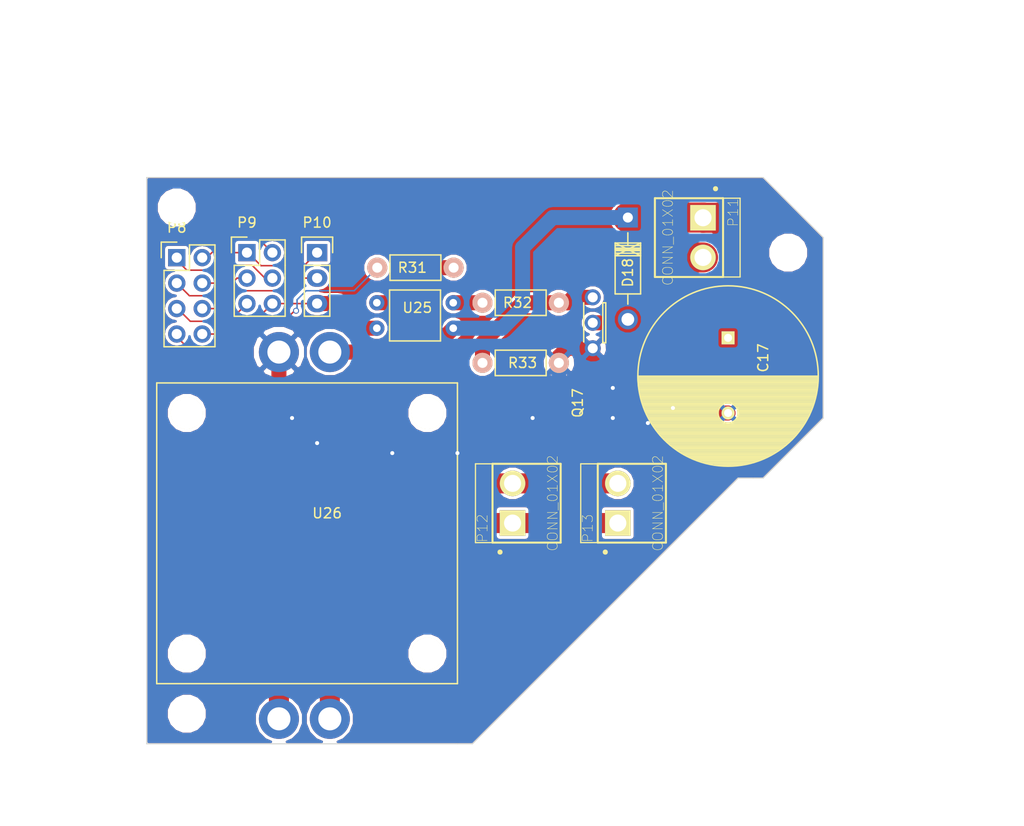
<source format=kicad_pcb>
(kicad_pcb (version 4) (host pcbnew 4.0.1-stable)

  (general
    (links 28)
    (no_connects 0)
    (area 66.500001 59.65 155.732143 124.275)
    (thickness 1.6)
    (drawings 28)
    (tracks 125)
    (zones 0)
    (modules 21)
    (nets 17)
  )

  (page A3)
  (title_block
    (title "NTK robot")
    (date 2016-10-26)
  )

  (layers
    (0 F.Cu signal)
    (31 B.Cu signal)
    (36 B.SilkS user)
    (37 F.SilkS user)
    (38 B.Mask user)
    (39 F.Mask user)
    (40 Dwgs.User user)
    (41 Cmts.User user)
    (44 Edge.Cuts user)
  )

  (setup
    (last_trace_width 1)
    (user_trace_width 0.1524)
    (user_trace_width 0.254)
    (user_trace_width 0.5)
    (user_trace_width 0.8)
    (user_trace_width 1)
    (user_trace_width 1.5)
    (user_trace_width 2)
    (user_trace_width 3)
    (trace_clearance 0.3)
    (zone_clearance 0.02)
    (zone_45_only no)
    (trace_min 0.1524)
    (segment_width 0.2)
    (edge_width 0.1)
    (via_size 0.6)
    (via_drill 0.4)
    (via_min_size 0.6)
    (via_min_drill 0.3)
    (uvia_size 0.3)
    (uvia_drill 0.1)
    (uvias_allowed no)
    (uvia_min_size 0.2)
    (uvia_min_drill 0.1)
    (pcb_text_width 0.3)
    (pcb_text_size 1.5 1.5)
    (mod_edge_width 0.15)
    (mod_text_size 1 1)
    (mod_text_width 0.15)
    (pad_size 1.5 1.5)
    (pad_drill 0.6)
    (pad_to_mask_clearance 0)
    (aux_axis_origin 0 0)
    (visible_elements 7FFFFFFF)
    (pcbplotparams
      (layerselection 0x00030_80000001)
      (usegerberextensions false)
      (excludeedgelayer true)
      (linewidth 0.100000)
      (plotframeref false)
      (viasonmask false)
      (mode 1)
      (useauxorigin false)
      (hpglpennumber 1)
      (hpglpenspeed 20)
      (hpglpendiameter 15)
      (hpglpenoverlay 2)
      (psnegative false)
      (psa4output false)
      (plotreference true)
      (plotvalue true)
      (plotinvisibletext false)
      (padsonsilk false)
      (subtractmaskfromsilk false)
      (outputformat 1)
      (mirror false)
      (drillshape 1)
      (scaleselection 1)
      (outputdirectory ""))
  )

  (net 0 "")
  (net 1 "Net-(C17-Pad1)")
  (net 2 "Net-(C17-Pad2)")
  (net 3 "Net-(D18-Pad2)")
  (net 4 "Net-(P10-Pad1)")
  (net 5 "Net-(P8-Pad2)")
  (net 6 "Net-(P8-Pad3)")
  (net 7 "Net-(P8-Pad4)")
  (net 8 "Net-(P8-Pad5)")
  (net 9 "Net-(P10-Pad2)")
  (net 10 "Net-(P8-Pad7)")
  (net 11 "Net-(P10-Pad3)")
  (net 12 "Net-(P12-Pad1)")
  (net 13 "Net-(P12-Pad2)")
  (net 14 "Net-(Q17-Pad1)")
  (net 15 "Net-(R31-Pad2)")
  (net 16 "Net-(R32-Pad1)")

  (net_class Default "これは標準のネット クラスです。"
    (clearance 0.3)
    (trace_width 1)
    (via_dia 0.6)
    (via_drill 0.4)
    (uvia_dia 0.3)
    (uvia_drill 0.1)
    (add_net "Net-(C17-Pad1)")
    (add_net "Net-(C17-Pad2)")
    (add_net "Net-(D18-Pad2)")
    (add_net "Net-(P10-Pad1)")
    (add_net "Net-(P10-Pad2)")
    (add_net "Net-(P10-Pad3)")
    (add_net "Net-(P12-Pad1)")
    (add_net "Net-(P12-Pad2)")
    (add_net "Net-(P8-Pad2)")
    (add_net "Net-(P8-Pad3)")
    (add_net "Net-(P8-Pad4)")
    (add_net "Net-(P8-Pad5)")
    (add_net "Net-(P8-Pad7)")
    (add_net "Net-(Q17-Pad1)")
    (add_net "Net-(R31-Pad2)")
    (add_net "Net-(R32-Pad1)")
  )

  (net_class 0.8mmWidth ""
    (clearance 0.5)
    (trace_width 0.8)
    (via_dia 0.6)
    (via_drill 0.4)
    (uvia_dia 0.3)
    (uvia_drill 0.1)
  )

  (net_class 1mmWidth ""
    (clearance 0.8)
    (trace_width 1)
    (via_dia 0.6)
    (via_drill 0.4)
    (uvia_dia 0.3)
    (uvia_drill 0.1)
  )

  (module Mounting_Holes:MountingHole_3.2mm_M3 (layer F.Cu) (tedit 5820794B) (tstamp 5820B346)
    (at 84.5 68)
    (descr "Mounting Hole 3.2mm, no annular, M3")
    (tags "mounting hole 3.2mm no annular m3")
    (fp_text reference REF** (at 0 -4.2) (layer F.SilkS) hide
      (effects (font (size 1 1) (thickness 0.15)))
    )
    (fp_text value MountingHole_3.2mm_M3 (at 0 4.2) (layer F.Fab) hide
      (effects (font (size 1 1) (thickness 0.15)))
    )
    (fp_circle (center 0 0) (end 3.2 0) (layer Cmts.User) (width 0.15))
    (fp_circle (center 0 0) (end 3.45 0) (layer F.CrtYd) (width 0.05))
    (pad 1 np_thru_hole circle (at 0 0) (size 3.2 3.2) (drill 3.2) (layers *.Cu *.Mask))
  )

  (module Mounting_Holes:MountingHole_3.2mm_M3 (layer F.Cu) (tedit 5820794B) (tstamp 5820B33F)
    (at 85.5 118.5)
    (descr "Mounting Hole 3.2mm, no annular, M3")
    (tags "mounting hole 3.2mm no annular m3")
    (fp_text reference REF** (at 0 -4.2) (layer F.SilkS) hide
      (effects (font (size 1 1) (thickness 0.15)))
    )
    (fp_text value MountingHole_3.2mm_M3 (at 0 4.2) (layer F.Fab) hide
      (effects (font (size 1 1) (thickness 0.15)))
    )
    (fp_circle (center 0 0) (end 3.2 0) (layer Cmts.User) (width 0.15))
    (fp_circle (center 0 0) (end 3.45 0) (layer F.CrtYd) (width 0.05))
    (pad 1 np_thru_hole circle (at 0 0) (size 3.2 3.2) (drill 3.2) (layers *.Cu *.Mask))
  )

  (module Mounting_Holes:MountingHole_3.2mm_M3 (layer F.Cu) (tedit 5820794B) (tstamp 5820B336)
    (at 145.5 72.5)
    (descr "Mounting Hole 3.2mm, no annular, M3")
    (tags "mounting hole 3.2mm no annular m3")
    (fp_text reference REF** (at 0 -4.2) (layer F.SilkS) hide
      (effects (font (size 1 1) (thickness 0.15)))
    )
    (fp_text value MountingHole_3.2mm_M3 (at 0 4.2) (layer F.Fab) hide
      (effects (font (size 1 1) (thickness 0.15)))
    )
    (fp_circle (center 0 0) (end 3.2 0) (layer Cmts.User) (width 0.15))
    (fp_circle (center 0 0) (end 3.45 0) (layer F.CrtYd) (width 0.05))
    (pad 1 np_thru_hole circle (at 0 0) (size 3.2 3.2) (drill 3.2) (layers *.Cu *.Mask))
  )

  (module Mounting_Holes:MountingHole_3.2mm_M3 (layer F.Cu) (tedit 5820794B) (tstamp 5820B32F)
    (at 85.5 112.5)
    (descr "Mounting Hole 3.2mm, no annular, M3")
    (tags "mounting hole 3.2mm no annular m3")
    (fp_text reference REF** (at 0 -4.2) (layer F.SilkS) hide
      (effects (font (size 1 1) (thickness 0.15)))
    )
    (fp_text value MountingHole_3.2mm_M3 (at 0 4.2) (layer F.Fab) hide
      (effects (font (size 1 1) (thickness 0.15)))
    )
    (fp_circle (center 0 0) (end 3.2 0) (layer Cmts.User) (width 0.15))
    (fp_circle (center 0 0) (end 3.45 0) (layer F.CrtYd) (width 0.05))
    (pad 1 np_thru_hole circle (at 0 0) (size 3.2 3.2) (drill 3.2) (layers *.Cu *.Mask))
  )

  (module Mounting_Holes:MountingHole_3.2mm_M3 (layer F.Cu) (tedit 5820794B) (tstamp 5820B327)
    (at 109.5 112.5)
    (descr "Mounting Hole 3.2mm, no annular, M3")
    (tags "mounting hole 3.2mm no annular m3")
    (fp_text reference REF** (at 0 -4.2) (layer F.SilkS) hide
      (effects (font (size 1 1) (thickness 0.15)))
    )
    (fp_text value MountingHole_3.2mm_M3 (at 0 4.2) (layer F.Fab) hide
      (effects (font (size 1 1) (thickness 0.15)))
    )
    (fp_circle (center 0 0) (end 3.2 0) (layer Cmts.User) (width 0.15))
    (fp_circle (center 0 0) (end 3.45 0) (layer F.CrtYd) (width 0.05))
    (pad 1 np_thru_hole circle (at 0 0) (size 3.2 3.2) (drill 3.2) (layers *.Cu *.Mask))
  )

  (module Mounting_Holes:MountingHole_3.2mm_M3 (layer F.Cu) (tedit 5820794B) (tstamp 5820B320)
    (at 109.5 88.5)
    (descr "Mounting Hole 3.2mm, no annular, M3")
    (tags "mounting hole 3.2mm no annular m3")
    (fp_text reference REF** (at 0 -4.2) (layer F.SilkS) hide
      (effects (font (size 1 1) (thickness 0.15)))
    )
    (fp_text value MountingHole_3.2mm_M3 (at 0 4.2) (layer F.Fab) hide
      (effects (font (size 1 1) (thickness 0.15)))
    )
    (fp_circle (center 0 0) (end 3.2 0) (layer Cmts.User) (width 0.15))
    (fp_circle (center 0 0) (end 3.45 0) (layer F.CrtYd) (width 0.05))
    (pad 1 np_thru_hole circle (at 0 0) (size 3.2 3.2) (drill 3.2) (layers *.Cu *.Mask))
  )

  (module footprint:DCDC-UP (layer F.Cu) (tedit 58207E6E) (tstamp 5820931F)
    (at 97.5 100.5 270)
    (path /580B565E/580CB966)
    (fp_text reference U26 (at -2 -2 360) (layer F.SilkS)
      (effects (font (size 1 1) (thickness 0.15)))
    )
    (fp_text value up_dcdc30V (at -0.5 -2 360) (layer F.Fab)
      (effects (font (size 1 1) (thickness 0.15)))
    )
    (fp_circle (center -12 -12) (end -11.8 -13.5) (layer F.SilkS) (width 0.15))
    (fp_line (start -15 -15) (end -15 15) (layer F.SilkS) (width 0.15))
    (fp_line (start -15 15) (end 15 15) (layer F.SilkS) (width 0.15))
    (fp_line (start 15 15) (end 15 -15) (layer F.SilkS) (width 0.15))
    (fp_line (start 15 -15) (end -15 -15) (layer F.SilkS) (width 0.15))
    (fp_circle (center -12 12) (end -11.8 10.5) (layer F.SilkS) (width 0.15))
    (fp_circle (center 12 -12) (end 12.2 -13.5) (layer F.SilkS) (width 0.15))
    (fp_circle (center 12 12) (end 12.2 10.5) (layer F.SilkS) (width 0.15))
    (pad 1 thru_hole circle (at -18.08 -2.27 270) (size 4 4) (drill 2.3) (layers *.Cu *.Mask)
      (net 1 "Net-(C17-Pad1)"))
    (pad 2 thru_hole circle (at -18.08 2.81 270) (size 4 4) (drill 2.3) (layers *.Cu *.Mask)
      (net 2 "Net-(C17-Pad2)"))
    (pad 3 thru_hole circle (at 18.51 -2.27 270) (size 4 4) (drill 2.3) (layers *.Cu *.Mask)
      (net 12 "Net-(P12-Pad1)"))
    (pad 4 thru_hole circle (at 18.51 2.81 270) (size 4 4) (drill 2.3) (layers *.Cu *.Mask)
      (net 13 "Net-(P12-Pad2)"))
  )

  (module Capacitors_THT:C_Radial_D18_L36_P7.5 (layer F.Cu) (tedit 58207854) (tstamp 58208BCA)
    (at 139.5 81 270)
    (descr "Radial Electrolytic Capacitor Diameter 18mm x Length 36mm, Pitch 7.5mm")
    (tags "Electrolytic Capacitor")
    (path /580B565E/5808D238)
    (fp_text reference C17 (at 2 -3.5 270) (layer F.SilkS)
      (effects (font (size 1 1) (thickness 0.15)))
    )
    (fp_text value 2200u (at 0.5 4 270) (layer F.Fab)
      (effects (font (size 1 1) (thickness 0.15)))
    )
    (fp_line (start 12.6492 -1.4732) (end 12.6746 1.3462) (layer F.SilkS) (width 0.15))
    (fp_line (start 12.5476 2.0828) (end 12.5222 -2.0574) (layer F.SilkS) (width 0.15))
    (fp_line (start 12.4206 -2.5908) (end 12.4206 2.4892) (layer F.SilkS) (width 0.15))
    (fp_line (start 12.2936 2.9464) (end 12.2936 -2.8956) (layer F.SilkS) (width 0.15))
    (fp_line (start 12.1666 -3.2766) (end 12.1666 3.2512) (layer F.SilkS) (width 0.15))
    (fp_line (start 12.0396 3.5814) (end 12.0396 -3.556) (layer F.SilkS) (width 0.15))
    (fp_line (start 11.9126 -3.8862) (end 11.9126 3.8354) (layer F.SilkS) (width 0.15))
    (fp_line (start 11.7856 4.1402) (end 11.7856 -4.1148) (layer F.SilkS) (width 0.15))
    (fp_line (start 11.6586 4.3942) (end 11.6586 -4.318) (layer F.SilkS) (width 0.15))
    (fp_line (start 3.825 -9) (end 3.825 9) (layer F.SilkS) (width 0.15))
    (fp_line (start 3.965 -8.997) (end 3.965 8.997) (layer F.SilkS) (width 0.15))
    (fp_line (start 4.105 -8.992) (end 4.105 8.992) (layer F.SilkS) (width 0.15))
    (fp_line (start 4.245 -8.985) (end 4.245 8.985) (layer F.SilkS) (width 0.15))
    (fp_line (start 4.385 -8.975) (end 4.385 8.975) (layer F.SilkS) (width 0.15))
    (fp_line (start 4.525 -8.962) (end 4.525 8.962) (layer F.SilkS) (width 0.15))
    (fp_line (start 4.665 -8.948) (end 4.665 8.948) (layer F.SilkS) (width 0.15))
    (fp_line (start 4.805 -8.93) (end 4.805 8.93) (layer F.SilkS) (width 0.15))
    (fp_line (start 4.945 -8.91) (end 4.945 8.91) (layer F.SilkS) (width 0.15))
    (fp_line (start 5.085 -8.888) (end 5.085 8.888) (layer F.SilkS) (width 0.15))
    (fp_line (start 5.225 -8.863) (end 5.225 8.863) (layer F.SilkS) (width 0.15))
    (fp_line (start 5.365 -8.835) (end 5.365 8.835) (layer F.SilkS) (width 0.15))
    (fp_line (start 5.505 -8.805) (end 5.505 8.805) (layer F.SilkS) (width 0.15))
    (fp_line (start 5.645 -8.772) (end 5.645 8.772) (layer F.SilkS) (width 0.15))
    (fp_line (start 5.785 -8.737) (end 5.785 8.737) (layer F.SilkS) (width 0.15))
    (fp_line (start 5.925 -8.699) (end 5.925 8.699) (layer F.SilkS) (width 0.15))
    (fp_line (start 6.065 -8.658) (end 6.065 8.658) (layer F.SilkS) (width 0.15))
    (fp_line (start 6.205 -8.614) (end 6.205 8.614) (layer F.SilkS) (width 0.15))
    (fp_line (start 6.345 -8.567) (end 6.345 8.567) (layer F.SilkS) (width 0.15))
    (fp_line (start 6.485 -8.518) (end 6.485 8.518) (layer F.SilkS) (width 0.15))
    (fp_line (start 6.625 -8.466) (end 6.625 -0.484) (layer F.SilkS) (width 0.15))
    (fp_line (start 6.625 0.484) (end 6.625 8.466) (layer F.SilkS) (width 0.15))
    (fp_line (start 6.765 -8.45) (end 6.765 -0.678) (layer F.SilkS) (width 0.15))
    (fp_line (start 6.765 0.678) (end 6.765 8.41) (layer F.SilkS) (width 0.15))
    (fp_line (start 6.905 -8.4) (end 6.905 -0.804) (layer F.SilkS) (width 0.15))
    (fp_line (start 6.905 0.804) (end 6.905 8.38) (layer F.SilkS) (width 0.15))
    (fp_line (start 7.045 -8.35) (end 7.045 -0.89) (layer F.SilkS) (width 0.15))
    (fp_line (start 7.045 0.89) (end 7.045 8.35) (layer F.SilkS) (width 0.15))
    (fp_line (start 7.185 -8.25) (end 7.185 -0.949) (layer F.SilkS) (width 0.15))
    (fp_line (start 7.185 0.949) (end 7.185 8.33) (layer F.SilkS) (width 0.15))
    (fp_line (start 7.325 -8.25) (end 7.325 -0.985) (layer F.SilkS) (width 0.15))
    (fp_line (start 7.325 0.985) (end 7.325 8.28) (layer F.SilkS) (width 0.15))
    (fp_line (start 7.465 -8.185) (end 7.465 -0.999) (layer F.SilkS) (width 0.15))
    (fp_line (start 7.465 0.999) (end 7.465 8.2) (layer F.SilkS) (width 0.15))
    (fp_line (start 7.605 -8.15) (end 7.605 -0.994) (layer F.SilkS) (width 0.15))
    (fp_line (start 7.605 0.994) (end 7.605 8.15) (layer F.SilkS) (width 0.15))
    (fp_line (start 7.745 -8.1) (end 7.745 -0.97) (layer F.SilkS) (width 0.15))
    (fp_line (start 7.745 0.97) (end 7.745 8.05) (layer F.SilkS) (width 0.15))
    (fp_line (start 7.885 -8) (end 7.885 -0.923) (layer F.SilkS) (width 0.15))
    (fp_line (start 7.885 0.923) (end 7.885 7.95) (layer F.SilkS) (width 0.15))
    (fp_line (start 8.025 -7.9) (end 8.025 -0.851) (layer F.SilkS) (width 0.15))
    (fp_line (start 8.025 0.851) (end 8.025 7.87) (layer F.SilkS) (width 0.15))
    (fp_line (start 8.165 -7.8) (end 8.165 -0.747) (layer F.SilkS) (width 0.15))
    (fp_line (start 8.165 0.747) (end 8.165 7.85) (layer F.SilkS) (width 0.15))
    (fp_line (start 8.305 -7.75) (end 8.305 -0.593) (layer F.SilkS) (width 0.15))
    (fp_line (start 8.305 0.593) (end 8.305 7.78) (layer F.SilkS) (width 0.15))
    (fp_line (start 8.445 -7.7) (end 8.445 -0.327) (layer F.SilkS) (width 0.15))
    (fp_line (start 8.445 0.327) (end 8.445 7.7) (layer F.SilkS) (width 0.15))
    (fp_line (start 8.585 -7.6) (end 8.585 7.6) (layer F.SilkS) (width 0.15))
    (fp_line (start 8.725 -7.5) (end 8.725 7.5) (layer F.SilkS) (width 0.15))
    (fp_line (start 8.865 -7.4) (end 8.865 7.4) (layer F.SilkS) (width 0.15))
    (fp_line (start 9.005 -7.3) (end 9.005 7.3) (layer F.SilkS) (width 0.15))
    (fp_line (start 9.145 -7.2) (end 9.145 7.2) (layer F.SilkS) (width 0.15))
    (fp_line (start 9.285 -7.1) (end 9.285 7.1) (layer F.SilkS) (width 0.15))
    (fp_line (start 9.425 -7) (end 9.425 7) (layer F.SilkS) (width 0.15))
    (fp_line (start 9.565 -6.9) (end 9.565 6.9) (layer F.SilkS) (width 0.15))
    (fp_line (start 9.705 -6.8) (end 9.705 6.8) (layer F.SilkS) (width 0.15))
    (fp_line (start 9.845 -6.6) (end 9.845 6.6) (layer F.SilkS) (width 0.15))
    (fp_line (start 9.985 -6.5) (end 9.985 6.5) (layer F.SilkS) (width 0.15))
    (fp_line (start 10.125 -6.4) (end 10.125 6.4) (layer F.SilkS) (width 0.15))
    (fp_line (start 10.265 -6.2) (end 10.265 6.2) (layer F.SilkS) (width 0.15))
    (fp_line (start 10.405 -6.1) (end 10.405 6.1) (layer F.SilkS) (width 0.15))
    (fp_line (start 10.545 -5.9) (end 10.545 5.9) (layer F.SilkS) (width 0.15))
    (fp_line (start 10.685 -5.8) (end 10.685 5.8) (layer F.SilkS) (width 0.15))
    (fp_line (start 10.825 -5.6) (end 10.825 5.6) (layer F.SilkS) (width 0.15))
    (fp_line (start 10.965 -5.45) (end 10.965 5.45) (layer F.SilkS) (width 0.15))
    (fp_line (start 11.105 -5.25) (end 11.105 5.25) (layer F.SilkS) (width 0.15))
    (fp_line (start 11.245 -5.05) (end 11.245 5.05) (layer F.SilkS) (width 0.15))
    (fp_line (start 11.385 -4.8) (end 11.385 4.8) (layer F.SilkS) (width 0.15))
    (fp_line (start 11.525 -4.6) (end 11.525 4.6) (layer F.SilkS) (width 0.15))
    (fp_circle (center 7.5 0) (end 7.5 -1) (layer F.SilkS) (width 0.15))
    (fp_circle (center 3.81 0) (end 3.81 -9) (layer F.SilkS) (width 0.15))
    (fp_circle (center 3.81 0) (end 3.81 -9.3) (layer F.CrtYd) (width 0.05))
    (pad 1 thru_hole rect (at 0 0 270) (size 1.3 1.3) (drill 0.8) (layers *.Cu *.Mask F.SilkS)
      (net 1 "Net-(C17-Pad1)"))
    (pad 2 thru_hole circle (at 7.5 0 270) (size 1.3 1.3) (drill 0.8) (layers *.Cu *.Mask F.SilkS)
      (net 2 "Net-(C17-Pad2)"))
    (model Capacitors_ThroughHole.3dshapes/C_Radial_D18_L36_P7.5.wrl
      (at (xyz 0 0 0))
      (scale (xyz 1 1 1))
      (rotate (xyz 0 0 0))
    )
  )

  (module Diodes_THT:Diode_DO-41_SOD81_Horizontal_RM10 (layer F.Cu) (tedit 58207847) (tstamp 58208CFF)
    (at 129.5 69 270)
    (descr "Diode, DO-41, SOD81, Horizontal, RM 10mm,")
    (tags "Diode, DO-41, SOD81, Horizontal, RM 10mm, 1N4007, SB140,")
    (path /580B565E/5808D201)
    (fp_text reference D18 (at 5.5 0 270) (layer F.SilkS)
      (effects (font (size 1 1) (thickness 0.15)))
    )
    (fp_text value 1N4007 (at 2.5 3 270) (layer F.Fab)
      (effects (font (size 1 1) (thickness 0.15)))
    )
    (fp_line (start 7.62 -0.00254) (end 8.636 -0.00254) (layer F.SilkS) (width 0.15))
    (fp_line (start 2.794 -0.00254) (end 1.524 -0.00254) (layer F.SilkS) (width 0.15))
    (fp_line (start 3.048 -1.27254) (end 3.048 1.26746) (layer F.SilkS) (width 0.15))
    (fp_line (start 3.302 -1.27254) (end 3.302 1.26746) (layer F.SilkS) (width 0.15))
    (fp_line (start 3.556 -1.27254) (end 3.556 1.26746) (layer F.SilkS) (width 0.15))
    (fp_line (start 2.794 -1.27254) (end 2.794 1.26746) (layer F.SilkS) (width 0.15))
    (fp_line (start 3.81 -1.27254) (end 2.54 1.26746) (layer F.SilkS) (width 0.15))
    (fp_line (start 2.54 -1.27254) (end 3.81 1.26746) (layer F.SilkS) (width 0.15))
    (fp_line (start 3.81 -1.27254) (end 3.81 1.26746) (layer F.SilkS) (width 0.15))
    (fp_line (start 3.175 -1.27254) (end 3.175 1.26746) (layer F.SilkS) (width 0.15))
    (fp_line (start 2.54 1.26746) (end 2.54 -1.27254) (layer F.SilkS) (width 0.15))
    (fp_line (start 2.54 -1.27254) (end 7.62 -1.27254) (layer F.SilkS) (width 0.15))
    (fp_line (start 7.62 -1.27254) (end 7.62 1.26746) (layer F.SilkS) (width 0.15))
    (fp_line (start 7.62 1.26746) (end 2.54 1.26746) (layer F.SilkS) (width 0.15))
    (pad 2 thru_hole circle (at 10.16 -0.00254 90) (size 1.99898 1.99898) (drill 1.27) (layers *.Cu *.Mask)
      (net 3 "Net-(D18-Pad2)"))
    (pad 1 thru_hole rect (at 0 -0.00254 90) (size 1.99898 1.99898) (drill 1.00076) (layers *.Cu *.Mask)
      (net 1 "Net-(C17-Pad1)"))
  )

  (module Pin_Headers:Pin_Header_Straight_2x04 (layer F.Cu) (tedit 58207867) (tstamp 58208DA8)
    (at 84.5 73)
    (descr "Through hole pin header")
    (tags "pin header")
    (path /580B565E/580B5700)
    (fp_text reference P8 (at 0 -3) (layer F.SilkS)
      (effects (font (size 1 1) (thickness 0.15)))
    )
    (fp_text value CONN_01X08 (at 0 -3.1) (layer F.Fab) hide
      (effects (font (size 1 1) (thickness 0.15)))
    )
    (fp_line (start -1.75 -1.75) (end -1.75 9.4) (layer F.CrtYd) (width 0.05))
    (fp_line (start 4.3 -1.75) (end 4.3 9.4) (layer F.CrtYd) (width 0.05))
    (fp_line (start -1.75 -1.75) (end 4.3 -1.75) (layer F.CrtYd) (width 0.05))
    (fp_line (start -1.75 9.4) (end 4.3 9.4) (layer F.CrtYd) (width 0.05))
    (fp_line (start -1.27 1.27) (end -1.27 8.89) (layer F.SilkS) (width 0.15))
    (fp_line (start -1.27 8.89) (end 3.81 8.89) (layer F.SilkS) (width 0.15))
    (fp_line (start 3.81 8.89) (end 3.81 -1.27) (layer F.SilkS) (width 0.15))
    (fp_line (start 3.81 -1.27) (end 1.27 -1.27) (layer F.SilkS) (width 0.15))
    (fp_line (start 0 -1.55) (end -1.55 -1.55) (layer F.SilkS) (width 0.15))
    (fp_line (start 1.27 -1.27) (end 1.27 1.27) (layer F.SilkS) (width 0.15))
    (fp_line (start 1.27 1.27) (end -1.27 1.27) (layer F.SilkS) (width 0.15))
    (fp_line (start -1.55 -1.55) (end -1.55 0) (layer F.SilkS) (width 0.15))
    (pad 1 thru_hole rect (at 0 0) (size 1.7272 1.7272) (drill 1.016) (layers *.Cu *.Mask)
      (net 4 "Net-(P10-Pad1)"))
    (pad 2 thru_hole oval (at 2.54 0) (size 1.7272 1.7272) (drill 1.016) (layers *.Cu *.Mask)
      (net 5 "Net-(P8-Pad2)"))
    (pad 3 thru_hole oval (at 0 2.54) (size 1.7272 1.7272) (drill 1.016) (layers *.Cu *.Mask)
      (net 6 "Net-(P8-Pad3)"))
    (pad 4 thru_hole oval (at 2.54 2.54) (size 1.7272 1.7272) (drill 1.016) (layers *.Cu *.Mask)
      (net 7 "Net-(P8-Pad4)"))
    (pad 5 thru_hole oval (at 0 5.08) (size 1.7272 1.7272) (drill 1.016) (layers *.Cu *.Mask)
      (net 8 "Net-(P8-Pad5)"))
    (pad 6 thru_hole oval (at 2.54 5.08) (size 1.7272 1.7272) (drill 1.016) (layers *.Cu *.Mask)
      (net 9 "Net-(P10-Pad2)"))
    (pad 7 thru_hole oval (at 0 7.62) (size 1.7272 1.7272) (drill 1.016) (layers *.Cu *.Mask)
      (net 10 "Net-(P8-Pad7)"))
    (pad 8 thru_hole oval (at 2.54 7.62) (size 1.7272 1.7272) (drill 1.016) (layers *.Cu *.Mask)
      (net 11 "Net-(P10-Pad3)"))
    (model Pin_Headers.3dshapes/Pin_Header_Straight_2x04.wrl
      (at (xyz 0.05 -0.15 0))
      (scale (xyz 1 1 1))
      (rotate (xyz 0 0 90))
    )
  )

  (module Pin_Headers:Pin_Header_Straight_2x03 (layer F.Cu) (tedit 5820786D) (tstamp 58208DBF)
    (at 91.5 72.5)
    (descr "Through hole pin header")
    (tags "pin header")
    (path /580B565E/580B56A9)
    (fp_text reference P9 (at 0 -3) (layer F.SilkS)
      (effects (font (size 1 1) (thickness 0.15)))
    )
    (fp_text value CONN_01X06 (at 0 -3.1) (layer F.Fab) hide
      (effects (font (size 1 1) (thickness 0.15)))
    )
    (fp_line (start -1.27 1.27) (end -1.27 6.35) (layer F.SilkS) (width 0.15))
    (fp_line (start -1.55 -1.55) (end 0 -1.55) (layer F.SilkS) (width 0.15))
    (fp_line (start -1.75 -1.75) (end -1.75 6.85) (layer F.CrtYd) (width 0.05))
    (fp_line (start 4.3 -1.75) (end 4.3 6.85) (layer F.CrtYd) (width 0.05))
    (fp_line (start -1.75 -1.75) (end 4.3 -1.75) (layer F.CrtYd) (width 0.05))
    (fp_line (start -1.75 6.85) (end 4.3 6.85) (layer F.CrtYd) (width 0.05))
    (fp_line (start 1.27 -1.27) (end 1.27 1.27) (layer F.SilkS) (width 0.15))
    (fp_line (start 1.27 1.27) (end -1.27 1.27) (layer F.SilkS) (width 0.15))
    (fp_line (start -1.27 6.35) (end 3.81 6.35) (layer F.SilkS) (width 0.15))
    (fp_line (start 3.81 6.35) (end 3.81 1.27) (layer F.SilkS) (width 0.15))
    (fp_line (start -1.55 -1.55) (end -1.55 0) (layer F.SilkS) (width 0.15))
    (fp_line (start 3.81 -1.27) (end 1.27 -1.27) (layer F.SilkS) (width 0.15))
    (fp_line (start 3.81 1.27) (end 3.81 -1.27) (layer F.SilkS) (width 0.15))
    (pad 1 thru_hole rect (at 0 0) (size 1.7272 1.7272) (drill 1.016) (layers *.Cu *.Mask)
      (net 4 "Net-(P10-Pad1)"))
    (pad 2 thru_hole oval (at 2.54 0) (size 1.7272 1.7272) (drill 1.016) (layers *.Cu *.Mask)
      (net 5 "Net-(P8-Pad2)"))
    (pad 3 thru_hole oval (at 0 2.54) (size 1.7272 1.7272) (drill 1.016) (layers *.Cu *.Mask)
      (net 6 "Net-(P8-Pad3)"))
    (pad 4 thru_hole oval (at 2.54 2.54) (size 1.7272 1.7272) (drill 1.016) (layers *.Cu *.Mask)
      (net 7 "Net-(P8-Pad4)"))
    (pad 5 thru_hole oval (at 0 5.08) (size 1.7272 1.7272) (drill 1.016) (layers *.Cu *.Mask)
      (net 8 "Net-(P8-Pad5)"))
    (pad 6 thru_hole oval (at 2.54 5.08) (size 1.7272 1.7272) (drill 1.016) (layers *.Cu *.Mask)
      (net 11 "Net-(P10-Pad3)"))
    (model Pin_Headers.3dshapes/Pin_Header_Straight_2x03.wrl
      (at (xyz 0.05 -0.1 0))
      (scale (xyz 1 1 1))
      (rotate (xyz 0 0 90))
    )
  )

  (module Pin_Headers:Pin_Header_Straight_1x03 (layer F.Cu) (tedit 58207869) (tstamp 58208DD1)
    (at 98.5 72.5)
    (descr "Through hole pin header")
    (tags "pin header")
    (path /580B565E/5808CB82)
    (fp_text reference P10 (at 0 -3) (layer F.SilkS)
      (effects (font (size 1 1) (thickness 0.15)))
    )
    (fp_text value CONN_01X03 (at 0 -3.1) (layer F.Fab) hide
      (effects (font (size 1 1) (thickness 0.15)))
    )
    (fp_line (start -1.75 -1.75) (end -1.75 6.85) (layer F.CrtYd) (width 0.05))
    (fp_line (start 1.75 -1.75) (end 1.75 6.85) (layer F.CrtYd) (width 0.05))
    (fp_line (start -1.75 -1.75) (end 1.75 -1.75) (layer F.CrtYd) (width 0.05))
    (fp_line (start -1.75 6.85) (end 1.75 6.85) (layer F.CrtYd) (width 0.05))
    (fp_line (start -1.27 1.27) (end -1.27 6.35) (layer F.SilkS) (width 0.15))
    (fp_line (start -1.27 6.35) (end 1.27 6.35) (layer F.SilkS) (width 0.15))
    (fp_line (start 1.27 6.35) (end 1.27 1.27) (layer F.SilkS) (width 0.15))
    (fp_line (start 1.55 -1.55) (end 1.55 0) (layer F.SilkS) (width 0.15))
    (fp_line (start 1.27 1.27) (end -1.27 1.27) (layer F.SilkS) (width 0.15))
    (fp_line (start -1.55 0) (end -1.55 -1.55) (layer F.SilkS) (width 0.15))
    (fp_line (start -1.55 -1.55) (end 1.55 -1.55) (layer F.SilkS) (width 0.15))
    (pad 1 thru_hole rect (at 0 0) (size 2.032 1.7272) (drill 1.016) (layers *.Cu *.Mask)
      (net 4 "Net-(P10-Pad1)"))
    (pad 2 thru_hole oval (at 0 2.54) (size 2.032 1.7272) (drill 1.016) (layers *.Cu *.Mask)
      (net 9 "Net-(P10-Pad2)"))
    (pad 3 thru_hole oval (at 0 5.08) (size 2.032 1.7272) (drill 1.016) (layers *.Cu *.Mask)
      (net 11 "Net-(P10-Pad3)"))
    (model Pin_Headers.3dshapes/Pin_Header_Straight_1x03.wrl
      (at (xyz 0 -0.1 0))
      (scale (xyz 1 1 1))
      (rotate (xyz 0 0 90))
    )
  )

  (module "B2P-VH_LF__SN_:JST_B2P-VH(LF)(SN)" (layer F.Cu) (tedit 5820784C) (tstamp 58208DE3)
    (at 137 71 270)
    (path /580B565E/580B57B9)
    (solder_mask_margin 0.1)
    (fp_text reference P11 (at -2.5 -3 270) (layer F.SilkS)
      (effects (font (size 1 1) (thickness 0.05)))
    )
    (fp_text value CONN_01X02 (at 0 3.5 270) (layer F.SilkS)
      (effects (font (size 1 1) (thickness 0.05)))
    )
    (fp_line (start 3.93 4.8) (end -3.93 4.8) (layer F.SilkS) (width 0.2032))
    (fp_line (start -3.93 4.8) (end -3.93 -2) (layer F.SilkS) (width 0.2032))
    (fp_line (start 3.93 -2) (end 3.93 4.8) (layer F.SilkS) (width 0.2032))
    (fp_line (start 3.93 -2) (end -3.93 -2) (layer F.SilkS) (width 0.2032))
    (fp_line (start -3.93 -3.7) (end 3.93 -3.7) (layer F.SilkS) (width 0.127))
    (fp_line (start -3.93 -2) (end -3.93 -3.7) (layer F.SilkS) (width 0.127))
    (fp_line (start 3.93 -2) (end 3.93 -3.7) (layer F.SilkS) (width 0.127))
    (fp_line (start -4.25 -4) (end 4.25 -4) (layer Dwgs.User) (width 0.127))
    (fp_line (start 4.25 -4) (end 4.25 5.125) (layer Dwgs.User) (width 0.127))
    (fp_line (start 4.25 5.125) (end -4.25 5.125) (layer Dwgs.User) (width 0.127))
    (fp_line (start -4.25 5.125) (end -4.25 -4) (layer Dwgs.User) (width 0.127))
    (fp_circle (center -4.875 -1.25) (end -4.621 -1.25) (layer F.SilkS) (width 0))
    (pad 1 thru_hole rect (at -1.98 0 270) (size 2.55 2.55) (drill 1.7) (layers *.Cu *.Mask F.SilkS)
      (net 1 "Net-(C17-Pad1)") (solder_mask_margin 0.2))
    (pad 2 thru_hole circle (at 1.98 0 270) (size 2.55 2.55) (drill 1.7) (layers *.Cu *.Mask F.SilkS)
      (net 3 "Net-(D18-Pad2)") (solder_mask_margin 0.2))
  )

  (module "B2P-VH_LF__SN_:JST_B2P-VH(LF)(SN)" (layer F.Cu) (tedit 58207823) (tstamp 58208DF5)
    (at 118 97.5 90)
    (path /580B565E/580B578B)
    (solder_mask_margin 0.1)
    (fp_text reference P12 (at -2.5 -3 90) (layer F.SilkS)
      (effects (font (size 1 1) (thickness 0.05)))
    )
    (fp_text value CONN_01X02 (at 0 4 90) (layer F.SilkS)
      (effects (font (size 1 1) (thickness 0.05)))
    )
    (fp_line (start 3.93 4.8) (end -3.93 4.8) (layer F.SilkS) (width 0.2032))
    (fp_line (start -3.93 4.8) (end -3.93 -2) (layer F.SilkS) (width 0.2032))
    (fp_line (start 3.93 -2) (end 3.93 4.8) (layer F.SilkS) (width 0.2032))
    (fp_line (start 3.93 -2) (end -3.93 -2) (layer F.SilkS) (width 0.2032))
    (fp_line (start -3.93 -3.7) (end 3.93 -3.7) (layer F.SilkS) (width 0.127))
    (fp_line (start -3.93 -2) (end -3.93 -3.7) (layer F.SilkS) (width 0.127))
    (fp_line (start 3.93 -2) (end 3.93 -3.7) (layer F.SilkS) (width 0.127))
    (fp_line (start -4.25 -4) (end 4.25 -4) (layer Dwgs.User) (width 0.127))
    (fp_line (start 4.25 -4) (end 4.25 5.125) (layer Dwgs.User) (width 0.127))
    (fp_line (start 4.25 5.125) (end -4.25 5.125) (layer Dwgs.User) (width 0.127))
    (fp_line (start -4.25 5.125) (end -4.25 -4) (layer Dwgs.User) (width 0.127))
    (fp_circle (center -4.875 -1.25) (end -4.621 -1.25) (layer F.SilkS) (width 0))
    (pad 1 thru_hole rect (at -1.98 0 90) (size 2.55 2.55) (drill 1.7) (layers *.Cu *.Mask F.SilkS)
      (net 12 "Net-(P12-Pad1)") (solder_mask_margin 0.2))
    (pad 2 thru_hole circle (at 1.98 0 90) (size 2.55 2.55) (drill 1.7) (layers *.Cu *.Mask F.SilkS)
      (net 13 "Net-(P12-Pad2)") (solder_mask_margin 0.2))
  )

  (module "B2P-VH_LF__SN_:JST_B2P-VH(LF)(SN)" (layer F.Cu) (tedit 58207825) (tstamp 58208E07)
    (at 128.5 97.5 90)
    (path /580B565E/580B5735)
    (solder_mask_margin 0.1)
    (fp_text reference P13 (at -2.5 -3 90) (layer F.SilkS)
      (effects (font (size 1 1) (thickness 0.05)))
    )
    (fp_text value CONN_01X02 (at 0 4 90) (layer F.SilkS)
      (effects (font (size 1 1) (thickness 0.05)))
    )
    (fp_line (start 3.93 4.8) (end -3.93 4.8) (layer F.SilkS) (width 0.2032))
    (fp_line (start -3.93 4.8) (end -3.93 -2) (layer F.SilkS) (width 0.2032))
    (fp_line (start 3.93 -2) (end 3.93 4.8) (layer F.SilkS) (width 0.2032))
    (fp_line (start 3.93 -2) (end -3.93 -2) (layer F.SilkS) (width 0.2032))
    (fp_line (start -3.93 -3.7) (end 3.93 -3.7) (layer F.SilkS) (width 0.127))
    (fp_line (start -3.93 -2) (end -3.93 -3.7) (layer F.SilkS) (width 0.127))
    (fp_line (start 3.93 -2) (end 3.93 -3.7) (layer F.SilkS) (width 0.127))
    (fp_line (start -4.25 -4) (end 4.25 -4) (layer Dwgs.User) (width 0.127))
    (fp_line (start 4.25 -4) (end 4.25 5.125) (layer Dwgs.User) (width 0.127))
    (fp_line (start 4.25 5.125) (end -4.25 5.125) (layer Dwgs.User) (width 0.127))
    (fp_line (start -4.25 5.125) (end -4.25 -4) (layer Dwgs.User) (width 0.127))
    (fp_circle (center -4.875 -1.25) (end -4.621 -1.25) (layer F.SilkS) (width 0))
    (pad 1 thru_hole rect (at -1.98 0 90) (size 2.55 2.55) (drill 1.7) (layers *.Cu *.Mask F.SilkS)
      (net 12 "Net-(P12-Pad1)") (solder_mask_margin 0.2))
    (pad 2 thru_hole circle (at 1.98 0 90) (size 2.55 2.55) (drill 1.7) (layers *.Cu *.Mask F.SilkS)
      (net 13 "Net-(P12-Pad2)") (solder_mask_margin 0.2))
  )

  (module footprint:IRFB3607 (layer F.Cu) (tedit 58207840) (tstamp 58208EA5)
    (at 126 79.5 90)
    (path /580B565E/5808D146)
    (fp_text reference Q17 (at -8 -1.5 90) (layer F.SilkS)
      (effects (font (size 1 1) (thickness 0.15)))
    )
    (fp_text value IRFB3607 (at -9 0 90) (layer F.Fab)
      (effects (font (size 1 1) (thickness 0.15)))
    )
    (fp_line (start 2 -0.9) (end -1.9 -0.9) (layer F.SilkS) (width 0.15))
    (fp_line (start -1.9 -0.9) (end -1.7 -0.9) (layer F.SilkS) (width 0.15))
    (fp_line (start -2 1) (end -2 1.3) (layer F.SilkS) (width 0.15))
    (fp_line (start -2 1.3) (end 2 1.3) (layer F.SilkS) (width 0.15))
    (fp_line (start 2 1.3) (end 2 1.1) (layer F.SilkS) (width 0.15))
    (fp_line (start 2 1.1) (end 2 1) (layer F.SilkS) (width 0.15))
    (fp_line (start -2 1) (end 2 1) (layer F.SilkS) (width 0.15))
    (pad 3 thru_hole circle (at -2.54 0 90) (size 1.6 1.6) (drill 1) (layers *.Cu *.Mask)
      (net 2 "Net-(C17-Pad2)"))
    (pad 1 thru_hole circle (at 2.54 0 90) (size 1.6 1.6) (drill 1) (layers *.Cu *.Mask)
      (net 14 "Net-(Q17-Pad1)"))
    (pad 2 thru_hole circle (at 0 0 90) (size 1.6 1.6) (drill 1) (layers *.Cu *.Mask)
      (net 3 "Net-(D18-Pad2)"))
  )

  (module Resistors_THT:Resistor_Horizontal_RM7mm (layer F.Cu) (tedit 5820782E) (tstamp 5820901B)
    (at 104.5 74)
    (descr "Resistor, Axial,  RM 7.62mm, 1/3W,")
    (tags "Resistor Axial RM 7.62mm 1/3W R3")
    (path /580B565E/5808CE69)
    (fp_text reference R31 (at 3.5 0) (layer F.SilkS)
      (effects (font (size 1 1) (thickness 0.15)))
    )
    (fp_text value 330 (at 4 -2.5) (layer F.Fab)
      (effects (font (size 1 1) (thickness 0.15)))
    )
    (fp_line (start -1.25 -1.5) (end 8.85 -1.5) (layer F.CrtYd) (width 0.05))
    (fp_line (start -1.25 1.5) (end -1.25 -1.5) (layer F.CrtYd) (width 0.05))
    (fp_line (start 8.85 -1.5) (end 8.85 1.5) (layer F.CrtYd) (width 0.05))
    (fp_line (start -1.25 1.5) (end 8.85 1.5) (layer F.CrtYd) (width 0.05))
    (fp_line (start 1.27 -1.27) (end 6.35 -1.27) (layer F.SilkS) (width 0.15))
    (fp_line (start 6.35 -1.27) (end 6.35 1.27) (layer F.SilkS) (width 0.15))
    (fp_line (start 6.35 1.27) (end 1.27 1.27) (layer F.SilkS) (width 0.15))
    (fp_line (start 1.27 1.27) (end 1.27 -1.27) (layer F.SilkS) (width 0.15))
    (pad 1 thru_hole circle (at 0 0) (size 1.99898 1.99898) (drill 1.00076) (layers *.Cu *.SilkS *.Mask)
      (net 10 "Net-(P8-Pad7)"))
    (pad 2 thru_hole circle (at 7.62 0) (size 1.99898 1.99898) (drill 1.00076) (layers *.Cu *.SilkS *.Mask)
      (net 15 "Net-(R31-Pad2)"))
  )

  (module Resistors_THT:Resistor_Horizontal_RM7mm (layer F.Cu) (tedit 5820783A) (tstamp 58209029)
    (at 115 77.5)
    (descr "Resistor, Axial,  RM 7.62mm, 1/3W,")
    (tags "Resistor Axial RM 7.62mm 1/3W R3")
    (path /580B565E/5808E004)
    (fp_text reference R32 (at 3.5 0) (layer F.SilkS)
      (effects (font (size 1 1) (thickness 0.15)))
    )
    (fp_text value 1k (at 4 -2.5) (layer F.Fab)
      (effects (font (size 1 1) (thickness 0.15)))
    )
    (fp_line (start -1.25 -1.5) (end 8.85 -1.5) (layer F.CrtYd) (width 0.05))
    (fp_line (start -1.25 1.5) (end -1.25 -1.5) (layer F.CrtYd) (width 0.05))
    (fp_line (start 8.85 -1.5) (end 8.85 1.5) (layer F.CrtYd) (width 0.05))
    (fp_line (start -1.25 1.5) (end 8.85 1.5) (layer F.CrtYd) (width 0.05))
    (fp_line (start 1.27 -1.27) (end 6.35 -1.27) (layer F.SilkS) (width 0.15))
    (fp_line (start 6.35 -1.27) (end 6.35 1.27) (layer F.SilkS) (width 0.15))
    (fp_line (start 6.35 1.27) (end 1.27 1.27) (layer F.SilkS) (width 0.15))
    (fp_line (start 1.27 1.27) (end 1.27 -1.27) (layer F.SilkS) (width 0.15))
    (pad 1 thru_hole circle (at 0 0) (size 1.99898 1.99898) (drill 1.00076) (layers *.Cu *.SilkS *.Mask)
      (net 16 "Net-(R32-Pad1)"))
    (pad 2 thru_hole circle (at 7.62 0) (size 1.99898 1.99898) (drill 1.00076) (layers *.Cu *.SilkS *.Mask)
      (net 14 "Net-(Q17-Pad1)"))
  )

  (module Resistors_THT:Resistor_Horizontal_RM7mm (layer F.Cu) (tedit 5820783D) (tstamp 58209037)
    (at 115 83.5)
    (descr "Resistor, Axial,  RM 7.62mm, 1/3W,")
    (tags "Resistor Axial RM 7.62mm 1/3W R3")
    (path /580B565E/5808E293)
    (fp_text reference R33 (at 4 0) (layer F.SilkS)
      (effects (font (size 1 1) (thickness 0.15)))
    )
    (fp_text value 1k (at 4 -2.5) (layer F.Fab)
      (effects (font (size 1 1) (thickness 0.15)))
    )
    (fp_line (start -1.25 -1.5) (end 8.85 -1.5) (layer F.CrtYd) (width 0.05))
    (fp_line (start -1.25 1.5) (end -1.25 -1.5) (layer F.CrtYd) (width 0.05))
    (fp_line (start 8.85 -1.5) (end 8.85 1.5) (layer F.CrtYd) (width 0.05))
    (fp_line (start -1.25 1.5) (end 8.85 1.5) (layer F.CrtYd) (width 0.05))
    (fp_line (start 1.27 -1.27) (end 6.35 -1.27) (layer F.SilkS) (width 0.15))
    (fp_line (start 6.35 -1.27) (end 6.35 1.27) (layer F.SilkS) (width 0.15))
    (fp_line (start 6.35 1.27) (end 1.27 1.27) (layer F.SilkS) (width 0.15))
    (fp_line (start 1.27 1.27) (end 1.27 -1.27) (layer F.SilkS) (width 0.15))
    (pad 1 thru_hole circle (at 0 0) (size 1.99898 1.99898) (drill 1.00076) (layers *.Cu *.SilkS *.Mask)
      (net 14 "Net-(Q17-Pad1)"))
    (pad 2 thru_hole circle (at 7.62 0) (size 1.99898 1.99898) (drill 1.00076) (layers *.Cu *.SilkS *.Mask)
      (net 2 "Net-(C17-Pad2)"))
  )

  (module footprint:TLP621-1 (layer F.Cu) (tedit 58207830) (tstamp 5820930F)
    (at 107 77.5)
    (path /580B565E/5808CD22)
    (fp_text reference U25 (at 1.5 0.5) (layer F.SilkS)
      (effects (font (size 1 1) (thickness 0.15)))
    )
    (fp_text value TLP621-1 (at 1 5) (layer F.Fab)
      (effects (font (size 1 1) (thickness 0.15)))
    )
    (fp_line (start -1.27 -1.27) (end -1.27 3.81) (layer F.SilkS) (width 0.15))
    (fp_line (start -1.27 3.81) (end 3.81 3.81) (layer F.SilkS) (width 0.15))
    (fp_line (start 3.81 3.81) (end 3.81 -1.27) (layer F.SilkS) (width 0.15))
    (fp_line (start 3.81 -1.27) (end -1.27 -1.27) (layer F.SilkS) (width 0.15))
    (pad 1 thru_hole circle (at -2.54 0) (size 1.524 1.524) (drill 0.762) (layers *.Cu *.Mask)
      (net 15 "Net-(R31-Pad2)"))
    (pad 2 thru_hole circle (at -2.54 2.54) (size 1.524 1.524) (drill 0.762) (layers *.Cu *.Mask)
      (net 11 "Net-(P10-Pad3)"))
    (pad 4 thru_hole circle (at 5.08 0) (size 1.524 1.524) (drill 0.762) (layers *.Cu *.Mask)
      (net 16 "Net-(R32-Pad1)"))
    (pad 5 thru_hole circle (at 5.08 2.54) (size 1.524 1.524) (drill 0.762) (layers *.Cu *.Mask)
      (net 1 "Net-(C17-Pad1)"))
  )

  (module Mounting_Holes:MountingHole_3.2mm_M3 (layer F.Cu) (tedit 5820794B) (tstamp 5820B2F2)
    (at 85.5 88.5)
    (descr "Mounting Hole 3.2mm, no annular, M3")
    (tags "mounting hole 3.2mm no annular m3")
    (fp_text reference REF** (at 0 -4.2) (layer F.SilkS) hide
      (effects (font (size 1 1) (thickness 0.15)))
    )
    (fp_text value MountingHole_3.2mm_M3 (at 0 4.2) (layer F.Fab) hide
      (effects (font (size 1 1) (thickness 0.15)))
    )
    (fp_circle (center 0 0) (end 3.2 0) (layer Cmts.User) (width 0.15))
    (fp_circle (center 0 0) (end 3.45 0) (layer F.CrtYd) (width 0.05))
    (pad 1 np_thru_hole circle (at 0 0) (size 3.2 3.2) (drill 3.2) (layers *.Cu *.Mask))
  )

  (dimension 4 (width 0.3) (layer Dwgs.User)
    (gr_text "4.000 mm" (at 83.5 130.35) (layer Dwgs.User)
      (effects (font (size 1.5 1.5) (thickness 0.3)))
    )
    (feature1 (pts (xy 85.5 118.5) (xy 85.5 131.7)))
    (feature2 (pts (xy 81.5 118.5) (xy 81.5 131.7)))
    (crossbar (pts (xy 81.5 129) (xy 85.5 129)))
    (arrow1a (pts (xy 85.5 129) (xy 84.373496 129.586421)))
    (arrow1b (pts (xy 85.5 129) (xy 84.373496 128.413579)))
    (arrow2a (pts (xy 81.5 129) (xy 82.626504 129.586421)))
    (arrow2b (pts (xy 81.5 129) (xy 82.626504 128.413579)))
  )
  (dimension 3 (width 0.3) (layer Dwgs.User)
    (gr_text "3.000 mm" (at 79.15 120 270) (layer Dwgs.User)
      (effects (font (size 1.5 1.5) (thickness 0.3)))
    )
    (feature1 (pts (xy 85.5 121.5) (xy 77.8 121.5)))
    (feature2 (pts (xy 85.5 118.5) (xy 77.8 118.5)))
    (crossbar (pts (xy 80.5 118.5) (xy 80.5 121.5)))
    (arrow1a (pts (xy 80.5 121.5) (xy 79.913579 120.373496)))
    (arrow1b (pts (xy 80.5 121.5) (xy 81.086421 120.373496)))
    (arrow2a (pts (xy 80.5 118.5) (xy 79.913579 119.626504)))
    (arrow2b (pts (xy 80.5 118.5) (xy 81.086421 119.626504)))
  )
  (dimension 7.5 (width 0.3) (layer Dwgs.User)
    (gr_text "7.500 mm" (at 153.35 68.75 90) (layer Dwgs.User)
      (effects (font (size 1.5 1.5) (thickness 0.3)))
    )
    (feature1 (pts (xy 145.5 65) (xy 154.7 65)))
    (feature2 (pts (xy 145.5 72.5) (xy 154.7 72.5)))
    (crossbar (pts (xy 152 72.5) (xy 152 65)))
    (arrow1a (pts (xy 152 65) (xy 152.586421 66.126504)))
    (arrow1b (pts (xy 152 65) (xy 151.413579 66.126504)))
    (arrow2a (pts (xy 152 72.5) (xy 152.586421 71.373496)))
    (arrow2b (pts (xy 152 72.5) (xy 151.413579 71.373496)))
  )
  (dimension 3.5 (width 0.3) (layer Dwgs.User)
    (gr_text "3.500 mm" (at 147.25 76.35) (layer Dwgs.User)
      (effects (font (size 1.5 1.5) (thickness 0.3)))
    )
    (feature1 (pts (xy 149 72.5) (xy 149 77.7)))
    (feature2 (pts (xy 145.5 72.5) (xy 145.5 77.7)))
    (crossbar (pts (xy 145.5 75) (xy 149 75)))
    (arrow1a (pts (xy 149 75) (xy 147.873496 75.586421)))
    (arrow1b (pts (xy 149 75) (xy 147.873496 74.413579)))
    (arrow2a (pts (xy 145.5 75) (xy 146.626504 75.586421)))
    (arrow2b (pts (xy 145.5 75) (xy 146.626504 74.413579)))
  )
  (dimension 3 (width 0.3) (layer Dwgs.User)
    (gr_text "3.000 mm" (at 78.65 66.5 90) (layer Dwgs.User)
      (effects (font (size 1.5 1.5) (thickness 0.3)))
    )
    (feature1 (pts (xy 84.5 65) (xy 77.3 65)))
    (feature2 (pts (xy 84.5 68) (xy 77.3 68)))
    (crossbar (pts (xy 80 68) (xy 80 65)))
    (arrow1a (pts (xy 80 65) (xy 80.586421 66.126504)))
    (arrow1b (pts (xy 80 65) (xy 79.413579 66.126504)))
    (arrow2a (pts (xy 80 68) (xy 80.586421 66.873496)))
    (arrow2b (pts (xy 80 68) (xy 79.413579 66.873496)))
  )
  (dimension 3 (width 0.3) (layer Dwgs.User)
    (gr_text "3.000 mm" (at 83 60.65) (layer Dwgs.User)
      (effects (font (size 1.5 1.5) (thickness 0.3)))
    )
    (feature1 (pts (xy 81.5 68) (xy 81.5 59.3)))
    (feature2 (pts (xy 84.5 68) (xy 84.5 59.3)))
    (crossbar (pts (xy 84.5 62) (xy 81.5 62)))
    (arrow1a (pts (xy 81.5 62) (xy 82.626504 61.413579)))
    (arrow1b (pts (xy 81.5 62) (xy 82.626504 62.586421)))
    (arrow2a (pts (xy 84.5 62) (xy 83.373496 61.413579)))
    (arrow2b (pts (xy 84.5 62) (xy 83.373496 62.586421)))
  )
  (dimension 2.5 (width 0.3) (layer Dwgs.User)
    (gr_text "2.500 mm" (at 141.75 101.85) (layer Dwgs.User)
      (effects (font (size 1.5 1.5) (thickness 0.3)))
    )
    (feature1 (pts (xy 143 96) (xy 143 103.2)))
    (feature2 (pts (xy 140.5 96) (xy 140.5 103.2)))
    (crossbar (pts (xy 140.5 100.5) (xy 143 100.5)))
    (arrow1a (pts (xy 143 100.5) (xy 141.873496 101.086421)))
    (arrow1b (pts (xy 143 100.5) (xy 141.873496 99.913579)))
    (arrow2a (pts (xy 140.5 100.5) (xy 141.626504 101.086421)))
    (arrow2b (pts (xy 140.5 100.5) (xy 141.626504 99.913579)))
  )
  (dimension 6 (width 0.3) (layer Dwgs.User)
    (gr_text "6.000 mm" (at 157.35 92 270) (layer Dwgs.User)
      (effects (font (size 1.5 1.5) (thickness 0.3)))
    )
    (feature1 (pts (xy 149 95) (xy 158.7 95)))
    (feature2 (pts (xy 149 89) (xy 158.7 89)))
    (crossbar (pts (xy 156 89) (xy 156 95)))
    (arrow1a (pts (xy 156 95) (xy 155.413579 93.873496)))
    (arrow1b (pts (xy 156 95) (xy 156.586421 93.873496)))
    (arrow2a (pts (xy 156 89) (xy 155.413579 90.126504)))
    (arrow2b (pts (xy 156 89) (xy 156.586421 90.126504)))
  )
  (dimension 26.5 (width 0.3) (layer Dwgs.User)
    (gr_text "26.500 mm" (at 127.25 127.35) (layer Dwgs.User)
      (effects (font (size 1.5 1.5) (thickness 0.3)))
    )
    (feature1 (pts (xy 140.5 121.5) (xy 140.5 128.7)))
    (feature2 (pts (xy 114 121.5) (xy 114 128.7)))
    (crossbar (pts (xy 114 126) (xy 140.5 126)))
    (arrow1a (pts (xy 140.5 126) (xy 139.373496 126.586421)))
    (arrow1b (pts (xy 140.5 126) (xy 139.373496 125.413579)))
    (arrow2a (pts (xy 114 126) (xy 115.126504 126.586421)))
    (arrow2b (pts (xy 114 126) (xy 115.126504 125.413579)))
  )
  (gr_line (start 140.5 95) (end 140.5 126) (angle 90) (layer Dwgs.User) (width 0.2))
  (dimension 18 (width 0.3) (layer Dwgs.User)
    (gr_text "18.000 mm" (at 161.85 80 270) (layer Dwgs.User)
      (effects (font (size 1.5 1.5) (thickness 0.3)))
    )
    (feature1 (pts (xy 149 89) (xy 163.2 89)))
    (feature2 (pts (xy 149 71) (xy 163.2 71)))
    (crossbar (pts (xy 160.5 71) (xy 160.5 89)))
    (arrow1a (pts (xy 160.5 89) (xy 159.913579 87.873496)))
    (arrow1b (pts (xy 160.5 89) (xy 161.086421 87.873496)))
    (arrow2a (pts (xy 160.5 71) (xy 159.913579 72.126504)))
    (arrow2b (pts (xy 160.5 71) (xy 161.086421 72.126504)))
  )
  (dimension 6 (width 0.3) (layer Dwgs.User)
    (gr_text "6.000 mm" (at 166.35 68 270) (layer Dwgs.User)
      (effects (font (size 1.5 1.5) (thickness 0.3)))
    )
    (feature1 (pts (xy 150 71) (xy 167.7 71)))
    (feature2 (pts (xy 150 65) (xy 167.7 65)))
    (crossbar (pts (xy 165 65) (xy 165 71)))
    (arrow1a (pts (xy 165 71) (xy 164.413579 69.873496)))
    (arrow1b (pts (xy 165 71) (xy 165.586421 69.873496)))
    (arrow2a (pts (xy 165 65) (xy 164.413579 66.126504)))
    (arrow2b (pts (xy 165 65) (xy 165.586421 66.126504)))
  )
  (dimension 32.5 (width 0.3) (layer Dwgs.User)
    (gr_text "32.500 mm" (at 97.75 127.35) (layer Dwgs.User)
      (effects (font (size 1.5 1.5) (thickness 0.3)))
    )
    (feature1 (pts (xy 114 121.5) (xy 114 128.7)))
    (feature2 (pts (xy 81.5 121.5) (xy 81.5 128.7)))
    (crossbar (pts (xy 81.5 126) (xy 114 126)))
    (arrow1a (pts (xy 114 126) (xy 112.873496 126.586421)))
    (arrow1b (pts (xy 114 126) (xy 112.873496 125.413579)))
    (arrow2a (pts (xy 81.5 126) (xy 82.626504 126.586421)))
    (arrow2b (pts (xy 81.5 126) (xy 82.626504 125.413579)))
  )
  (dimension 67.5 (width 0.3) (layer Dwgs.User)
    (gr_text "67.500 mm" (at 115.25 49.15) (layer Dwgs.User)
      (effects (font (size 1.5 1.5) (thickness 0.3)))
    )
    (feature1 (pts (xy 81.5 71) (xy 81.5 47.8)))
    (feature2 (pts (xy 149 71) (xy 149 47.8)))
    (crossbar (pts (xy 149 50.5) (xy 81.5 50.5)))
    (arrow1a (pts (xy 81.5 50.5) (xy 82.626504 49.913579)))
    (arrow1b (pts (xy 81.5 50.5) (xy 82.626504 51.086421)))
    (arrow2a (pts (xy 149 50.5) (xy 147.873496 49.913579)))
    (arrow2b (pts (xy 149 50.5) (xy 147.873496 51.086421)))
  )
  (dimension 61.5 (width 0.3) (layer Dwgs.User)
    (gr_text "61.500 mm" (at 112.25 56.65) (layer Dwgs.User)
      (effects (font (size 1.5 1.5) (thickness 0.3)))
    )
    (feature1 (pts (xy 143 65) (xy 143 55.3)))
    (feature2 (pts (xy 81.5 65) (xy 81.5 55.3)))
    (crossbar (pts (xy 81.5 58) (xy 143 58)))
    (arrow1a (pts (xy 143 58) (xy 141.873496 58.586421)))
    (arrow1b (pts (xy 143 58) (xy 141.873496 57.413579)))
    (arrow2a (pts (xy 81.5 58) (xy 82.626504 58.586421)))
    (arrow2b (pts (xy 81.5 58) (xy 82.626504 57.413579)))
  )
  (dimension 56.5 (width 0.3) (layer Dwgs.User)
    (gr_text "56.500 mm" (at 73.15 93.25 270) (layer Dwgs.User)
      (effects (font (size 1.5 1.5) (thickness 0.3)))
    )
    (feature1 (pts (xy 77 121.5) (xy 71.8 121.5)))
    (feature2 (pts (xy 77 65) (xy 71.8 65)))
    (crossbar (pts (xy 74.5 65) (xy 74.5 121.5)))
    (arrow1a (pts (xy 74.5 121.5) (xy 73.913579 120.373496)))
    (arrow1b (pts (xy 74.5 121.5) (xy 75.086421 120.373496)))
    (arrow2a (pts (xy 74.5 65) (xy 73.913579 66.126504)))
    (arrow2b (pts (xy 74.5 65) (xy 75.086421 66.126504)))
  )
  (gr_line (start 143 65) (end 81.5 65) (angle 90) (layer Edge.Cuts) (width 0.1))
  (gr_line (start 143.5 65.5) (end 143 65) (angle 90) (layer Edge.Cuts) (width 0.1))
  (gr_line (start 144 66) (end 143.5 65.5) (angle 90) (layer Edge.Cuts) (width 0.1))
  (gr_line (start 149 71) (end 144 66) (angle 90) (layer Edge.Cuts) (width 0.1))
  (gr_line (start 149 89) (end 149 71) (angle 90) (layer Edge.Cuts) (width 0.1))
  (gr_line (start 143 95) (end 149 89) (angle 90) (layer Edge.Cuts) (width 0.1))
  (gr_line (start 142 95) (end 143 95) (angle 90) (layer Edge.Cuts) (width 0.1))
  (gr_line (start 140.5 95) (end 142 95) (angle 90) (layer Edge.Cuts) (width 0.1))
  (gr_line (start 114 121.5) (end 140.5 95) (angle 90) (layer Edge.Cuts) (width 0.1))
  (gr_line (start 112.5 121.5) (end 114 121.5) (angle 90) (layer Edge.Cuts) (width 0.1))
  (gr_line (start 81.5 121.5) (end 112.5 121.5) (angle 90) (layer Edge.Cuts) (width 0.1))
  (gr_line (start 81.5 65) (end 81.5 121.5) (angle 90) (layer Edge.Cuts) (width 0.1))

  (segment (start 112.08 80.04) (end 116.96 80.04) (width 1.5) (layer B.Cu) (net 1))
  (segment (start 116.96 80.04) (end 119 78) (width 1.5) (layer B.Cu) (net 1) (tstamp 58219FC5))
  (segment (start 119 78) (end 119 72) (width 1.5) (layer B.Cu) (net 1) (tstamp 58219FC7))
  (segment (start 119 72) (end 122 69) (width 1.5) (layer B.Cu) (net 1) (tstamp 58219FCA))
  (segment (start 122 69) (end 129.50254 69) (width 1.5) (layer B.Cu) (net 1) (tstamp 58219FCB))
  (segment (start 99.77 82.42) (end 109.7 82.42) (width 1.5) (layer F.Cu) (net 1))
  (segment (start 109.7 82.42) (end 112.08 80.04) (width 1.5) (layer F.Cu) (net 1) (tstamp 5820B390))
  (segment (start 137 69.02) (end 138.52 69.02) (width 3) (layer F.Cu) (net 1))
  (segment (start 141 79.5) (end 139.5 81) (width 3) (layer F.Cu) (net 1) (tstamp 5820B382))
  (segment (start 141 71.5) (end 141 79.5) (width 3) (layer F.Cu) (net 1) (tstamp 5820B381))
  (segment (start 138.52 69.02) (end 141 71.5) (width 3) (layer F.Cu) (net 1) (tstamp 5820B380))
  (segment (start 129.50254 69) (end 136.98 69) (width 3) (layer F.Cu) (net 1))
  (segment (start 136.98 69) (end 137 69.02) (width 3) (layer F.Cu) (net 1) (tstamp 5820B378))
  (segment (start 94.69 82.42) (end 94.69 87.69) (width 1.5) (layer F.Cu) (net 2))
  (segment (start 122.62 86.38) (end 122.62 83.5) (width 1.5) (layer B.Cu) (net 2) (tstamp 5820B47A))
  (segment (start 120 89) (end 122.62 86.38) (width 1.5) (layer B.Cu) (net 2) (tstamp 5820B479))
  (via (at 120 89) (size 0.6) (drill 0.4) (layers F.Cu B.Cu) (net 2))
  (segment (start 119.5 89.5) (end 120 89) (width 1.5) (layer F.Cu) (net 2) (tstamp 5820B477))
  (segment (start 115.5 89.5) (end 119.5 89.5) (width 1.5) (layer F.Cu) (net 2) (tstamp 5820B476))
  (segment (start 112.5 92.5) (end 115.5 89.5) (width 1.5) (layer F.Cu) (net 2) (tstamp 5820B475))
  (via (at 112.5 92.5) (size 0.6) (drill 0.4) (layers F.Cu B.Cu) (net 2))
  (segment (start 112 92.5) (end 112.5 92.5) (width 1.5) (layer B.Cu) (net 2) (tstamp 5820B472))
  (segment (start 106 92.5) (end 112 92.5) (width 1.5) (layer B.Cu) (net 2) (tstamp 5820B471))
  (via (at 106 92.5) (size 0.6) (drill 0.4) (layers F.Cu B.Cu) (net 2))
  (segment (start 99.5 92.5) (end 106 92.5) (width 1.5) (layer F.Cu) (net 2) (tstamp 5820B46E))
  (segment (start 98.5 91.5) (end 99.5 92.5) (width 1.5) (layer F.Cu) (net 2) (tstamp 5820B46D))
  (via (at 98.5 91.5) (size 0.6) (drill 0.4) (layers F.Cu B.Cu) (net 2))
  (segment (start 96 89) (end 98.5 91.5) (width 1.5) (layer B.Cu) (net 2) (tstamp 5820B46A))
  (via (at 96 89) (size 0.6) (drill 0.4) (layers F.Cu B.Cu) (net 2))
  (segment (start 94.69 87.69) (end 96 89) (width 1.5) (layer F.Cu) (net 2) (tstamp 5820B468))
  (segment (start 126 82.04) (end 126 84) (width 1.5) (layer F.Cu) (net 2))
  (segment (start 134.5 88.5) (end 139.5 88.5) (width 1.5) (layer F.Cu) (net 2) (tstamp 5820B462))
  (segment (start 134 88) (end 134.5 88.5) (width 1.5) (layer F.Cu) (net 2) (tstamp 5820B461))
  (via (at 134 88) (size 0.6) (drill 0.4) (layers F.Cu B.Cu) (net 2))
  (segment (start 133 88) (end 134 88) (width 1.5) (layer B.Cu) (net 2) (tstamp 5820B45F))
  (segment (start 131.5 89.5) (end 133 88) (width 1.5) (layer B.Cu) (net 2) (tstamp 5820B45E))
  (via (at 131.5 89.5) (size 0.6) (drill 0.4) (layers F.Cu B.Cu) (net 2))
  (segment (start 128.5 89.5) (end 131.5 89.5) (width 1.5) (layer F.Cu) (net 2) (tstamp 5820B45C))
  (segment (start 128 89) (end 128.5 89.5) (width 1.5) (layer F.Cu) (net 2) (tstamp 5820B45B))
  (via (at 128 89) (size 0.6) (drill 0.4) (layers F.Cu B.Cu) (net 2))
  (segment (start 128 86) (end 128 89) (width 1.5) (layer B.Cu) (net 2) (tstamp 5820B458))
  (via (at 128 86) (size 0.6) (drill 0.4) (layers F.Cu B.Cu) (net 2))
  (segment (start 126 84) (end 128 86) (width 1.5) (layer F.Cu) (net 2) (tstamp 5820B456))
  (via (at 139.5 88.5) (size 0.6) (drill 0.4) (layers F.Cu B.Cu) (net 2))
  (segment (start 122.62 83.5) (end 122.62 82.88) (width 1.5) (layer F.Cu) (net 2))
  (segment (start 122.62 82.88) (end 123.46 82.04) (width 1.5) (layer F.Cu) (net 2) (tstamp 5820B3AC))
  (segment (start 123.46 82.04) (end 126 82.04) (width 1.5) (layer F.Cu) (net 2) (tstamp 5820B3AD))
  (segment (start 126 79.5) (end 129.16254 79.5) (width 1.5) (layer F.Cu) (net 3))
  (segment (start 129.16254 79.5) (end 129.50254 79.16) (width 1.5) (layer F.Cu) (net 3) (tstamp 5820B387))
  (segment (start 137 72.98) (end 132.52 72.98) (width 3) (layer F.Cu) (net 3))
  (segment (start 129.50254 75.99746) (end 129.50254 79.16) (width 3) (layer F.Cu) (net 3) (tstamp 5820B37D))
  (segment (start 132.52 72.98) (end 129.50254 75.99746) (width 3) (layer F.Cu) (net 3) (tstamp 5820B37C))
  (segment (start 129.16254 79.5) (end 129.50254 79.16) (width 1) (layer F.Cu) (net 3) (tstamp 5820B36A))
  (segment (start 84.5 73) (end 84.5 73.25) (width 0.1524) (layer F.Cu) (net 4))
  (segment (start 84.5 73.25) (end 85.5 74.25) (width 0.1524) (layer F.Cu) (net 4) (tstamp 5820B430))
  (segment (start 89.9 72.5) (end 91.5 72.5) (width 0.1524) (layer F.Cu) (net 4) (tstamp 5820B435))
  (segment (start 88.15 74.25) (end 89.9 72.5) (width 0.1524) (layer F.Cu) (net 4) (tstamp 5820B433))
  (segment (start 85.5 74.25) (end 88.15 74.25) (width 0.1524) (layer F.Cu) (net 4) (tstamp 5820B431))
  (segment (start 84.5 73) (end 85 73) (width 0.1524) (layer F.Cu) (net 4))
  (segment (start 91.5 72.5) (end 91.6 72.5) (width 0.1524) (layer F.Cu) (net 4) (tstamp 5820B3EA))
  (segment (start 91.6 72.5) (end 92.9 73.8) (width 0.1524) (layer F.Cu) (net 4) (tstamp 5820B3EB))
  (segment (start 92.9 73.8) (end 97.2 73.8) (width 0.1524) (layer F.Cu) (net 4) (tstamp 5820B3EC))
  (segment (start 97.2 73.8) (end 98.5 72.5) (width 0.1524) (layer F.Cu) (net 4) (tstamp 5820B3EE))
  (segment (start 87.04 73) (end 87.5 73) (width 0.1524) (layer F.Cu) (net 5))
  (segment (start 87.5 73) (end 89.5 71) (width 0.1524) (layer F.Cu) (net 5) (tstamp 5820B3DE))
  (segment (start 89.5 71) (end 92.54 71) (width 0.1524) (layer F.Cu) (net 5) (tstamp 5820B3DF))
  (segment (start 92.54 71) (end 94.04 72.5) (width 0.1524) (layer F.Cu) (net 5) (tstamp 5820B3E1))
  (segment (start 91.5 75.04) (end 90.51 75.04) (width 0.1524) (layer F.Cu) (net 6))
  (segment (start 85.76 76.8) (end 84.5 75.54) (width 0.1524) (layer F.Cu) (net 6) (tstamp 5820B44F))
  (segment (start 88.75 76.8) (end 85.76 76.8) (width 0.1524) (layer F.Cu) (net 6) (tstamp 5820B44D))
  (segment (start 90.51 75.04) (end 88.75 76.8) (width 0.1524) (layer F.Cu) (net 6) (tstamp 5820B44B))
  (segment (start 84.5 75.54) (end 84.5 75.6) (width 0.1524) (layer F.Cu) (net 6))
  (segment (start 87.04 75.54) (end 88.31 75.54) (width 0.1524) (layer F.Cu) (net 7))
  (segment (start 92 73.75) (end 93.29 75.04) (width 0.1524) (layer F.Cu) (net 7) (tstamp 5820B441))
  (segment (start 90.1 73.75) (end 92 73.75) (width 0.1524) (layer F.Cu) (net 7) (tstamp 5820B43F))
  (segment (start 88.31 75.54) (end 90.1 73.75) (width 0.1524) (layer F.Cu) (net 7) (tstamp 5820B43D))
  (segment (start 93.29 75.04) (end 94.04 75.04) (width 0.1524) (layer F.Cu) (net 7) (tstamp 5820B443))
  (segment (start 93.44 75.04) (end 94.04 75.04) (width 0.1524) (layer F.Cu) (net 7) (tstamp 5820B3F8))
  (segment (start 84.5 78.08) (end 84.58 78.08) (width 0.1524) (layer F.Cu) (net 8))
  (segment (start 84.58 78.08) (end 85.85 79.35) (width 0.1524) (layer F.Cu) (net 8) (tstamp 5820B40C))
  (segment (start 85.85 79.35) (end 89.73 79.35) (width 0.1524) (layer F.Cu) (net 8) (tstamp 5820B40D))
  (segment (start 89.73 79.35) (end 91.5 77.58) (width 0.1524) (layer F.Cu) (net 8) (tstamp 5820B40F))
  (segment (start 87.04 78.08) (end 89.099794 78.08) (width 0.1524) (layer F.Cu) (net 9))
  (segment (start 96.96 75.04) (end 98.5 75.04) (width 0.1524) (layer F.Cu) (net 9) (tstamp 5820B408))
  (segment (start 95.7 76.3) (end 96.96 75.04) (width 0.1524) (layer F.Cu) (net 9) (tstamp 5820B406))
  (segment (start 90.879794 76.3) (end 95.7 76.3) (width 0.1524) (layer F.Cu) (net 9) (tstamp 5820B404))
  (segment (start 89.099794 78.08) (end 90.879794 76.3) (width 0.1524) (layer F.Cu) (net 9) (tstamp 5820B402))
  (segment (start 90.8 81.95) (end 93.6 79.15) (width 0.1524) (layer F.Cu) (net 10) (tstamp 5820B41C))
  (segment (start 93.6 79.15) (end 95.4 79.15) (width 0.1524) (layer F.Cu) (net 10) (tstamp 5820B41E))
  (segment (start 95.4 79.15) (end 96.25 78.3) (width 0.1524) (layer F.Cu) (net 10) (tstamp 5820B420))
  (segment (start 96.25 78.3) (end 96.4 78.3) (width 0.1524) (layer F.Cu) (net 10) (tstamp 5820B422))
  (via (at 96.4 78.3) (size 0.6) (drill 0.4) (layers F.Cu B.Cu) (net 10))
  (segment (start 96.4 78.3) (end 96.5 78.2) (width 0.1524) (layer B.Cu) (net 10) (tstamp 5820B425))
  (segment (start 96.5 78.2) (end 96.5 77.2) (width 0.1524) (layer B.Cu) (net 10) (tstamp 5820B426))
  (segment (start 96.5 77.2) (end 97.4 76.3) (width 0.1524) (layer B.Cu) (net 10) (tstamp 5820B427))
  (segment (start 97.4 76.3) (end 102.2 76.3) (width 0.1524) (layer B.Cu) (net 10) (tstamp 5820B429))
  (segment (start 84.5 80.62) (end 84.5 80.9) (width 0.1524) (layer F.Cu) (net 10))
  (segment (start 84.5 80.9) (end 85.55 81.95) (width 0.1524) (layer F.Cu) (net 10) (tstamp 5820B419))
  (segment (start 85.55 81.95) (end 90.8 81.95) (width 0.1524) (layer F.Cu) (net 10) (tstamp 5820B41A))
  (segment (start 102.2 76.3) (end 104.5 74) (width 0.1524) (layer B.Cu) (net 10) (tstamp 5820B42B))
  (segment (start 94.04 77.58) (end 98.5 77.58) (width 0.1524) (layer F.Cu) (net 11))
  (segment (start 87.04 80.62) (end 91 80.62) (width 0.1524) (layer F.Cu) (net 11))
  (segment (start 91 80.62) (end 94.04 77.58) (width 0.1524) (layer F.Cu) (net 11) (tstamp 5820B413))
  (segment (start 98.5 77.58) (end 100.58 77.58) (width 1.5) (layer F.Cu) (net 11))
  (segment (start 100.58 77.58) (end 103.04 80.04) (width 1.5) (layer F.Cu) (net 11) (tstamp 5820B3CE))
  (segment (start 103.04 80.04) (end 104.46 80.04) (width 1.5) (layer F.Cu) (net 11) (tstamp 5820B3CF))
  (segment (start 118 99.48) (end 128.5 99.48) (width 2) (layer F.Cu) (net 12))
  (segment (start 118 99.48) (end 100.52 99.48) (width 2) (layer F.Cu) (net 12))
  (segment (start 99.77 100.23) (end 99.77 119.01) (width 2) (layer F.Cu) (net 12) (tstamp 5820B3D7))
  (segment (start 100.52 99.48) (end 99.77 100.23) (width 2) (layer F.Cu) (net 12) (tstamp 5820B3D6))
  (segment (start 118 95.52) (end 128.5 95.52) (width 2) (layer F.Cu) (net 13))
  (segment (start 118 95.52) (end 96.98 95.52) (width 2) (layer F.Cu) (net 13))
  (segment (start 94.69 97.81) (end 94.69 119.01) (width 2) (layer F.Cu) (net 13) (tstamp 5820B3D3))
  (segment (start 96.98 95.52) (end 94.69 97.81) (width 2) (layer F.Cu) (net 13) (tstamp 5820B3D2))
  (segment (start 122.62 77.5) (end 119 77.5) (width 1.5) (layer F.Cu) (net 14))
  (segment (start 119 77.5) (end 115 81.5) (width 1.5) (layer F.Cu) (net 14) (tstamp 5820B3C1))
  (segment (start 115 81.5) (end 115 83.5) (width 1.5) (layer F.Cu) (net 14) (tstamp 5820B3C2))
  (segment (start 122.62 77.5) (end 123.5 77.5) (width 1.5) (layer F.Cu) (net 14))
  (segment (start 122.62 77.5) (end 122.62 77.38) (width 1.5) (layer F.Cu) (net 14))
  (segment (start 124.04 76.96) (end 126 76.96) (width 1.5) (layer F.Cu) (net 14) (tstamp 5820B3BA))
  (segment (start 123.5 77.5) (end 124.04 76.96) (width 1.5) (layer F.Cu) (net 14) (tstamp 5820B3B9))
  (segment (start 104.46 77.5) (end 106.5 77.5) (width 1.5) (layer F.Cu) (net 15))
  (segment (start 110 74) (end 112.12 74) (width 1.5) (layer F.Cu) (net 15) (tstamp 5820B3CA))
  (segment (start 106.5 77.5) (end 110 74) (width 1.5) (layer F.Cu) (net 15) (tstamp 5820B3C9))
  (segment (start 112.08 77.5) (end 115 77.5) (width 1.5) (layer F.Cu) (net 16))

  (zone (net 2) (net_name "Net-(C17-Pad2)") (layer F.Cu) (tstamp 5820B47E) (hatch edge 0.508)
    (connect_pads (clearance 0.02))
    (min_thickness 0.254)
    (fill yes (arc_segments 16) (thermal_gap 0.508) (thermal_bridge_width 0.508))
    (polygon
      (pts
        (xy 149 71) (xy 149 89) (xy 143 95) (xy 140.5 95) (xy 114 121.5)
        (xy 81.5 121.5) (xy 81.5 65) (xy 143 65) (xy 149 71)
      )
    )
    (filled_polygon
      (pts
        (xy 148.803 71.0816) (xy 148.803 88.9184) (xy 142.9184 94.803) (xy 140.5 94.803) (xy 140.424611 94.817996)
        (xy 140.3607 94.8607) (xy 113.9184 121.303) (xy 100.575965 121.303) (xy 101.142989 121.06871) (xy 101.826311 120.38658)
        (xy 102.196578 119.494878) (xy 102.197421 118.529358) (xy 101.82871 117.637011) (xy 101.197 117.004197) (xy 101.197 112.901426)
        (xy 107.472649 112.901426) (xy 107.780591 113.646703) (xy 108.350298 114.217405) (xy 109.095036 114.526647) (xy 109.901426 114.527351)
        (xy 110.646703 114.219409) (xy 111.217405 113.649702) (xy 111.526647 112.904964) (xy 111.527351 112.098574) (xy 111.219409 111.353297)
        (xy 110.649702 110.782595) (xy 109.904964 110.473353) (xy 109.098574 110.472649) (xy 108.353297 110.780591) (xy 107.782595 111.350298)
        (xy 107.473353 112.095036) (xy 107.472649 112.901426) (xy 101.197 112.901426) (xy 101.197 100.907) (xy 116.318235 100.907)
        (xy 116.319409 100.913237) (xy 116.412927 101.058567) (xy 116.555619 101.156064) (xy 116.725 101.190365) (xy 119.275 101.190365)
        (xy 119.433237 101.160591) (xy 119.578567 101.067073) (xy 119.676064 100.924381) (xy 119.679584 100.907) (xy 126.818235 100.907)
        (xy 126.819409 100.913237) (xy 126.912927 101.058567) (xy 127.055619 101.156064) (xy 127.225 101.190365) (xy 129.775 101.190365)
        (xy 129.933237 101.160591) (xy 130.078567 101.067073) (xy 130.176064 100.924381) (xy 130.210365 100.755) (xy 130.210365 98.205)
        (xy 130.180591 98.046763) (xy 130.087073 97.901433) (xy 129.944381 97.803936) (xy 129.775 97.769635) (xy 127.225 97.769635)
        (xy 127.066763 97.799409) (xy 126.921433 97.892927) (xy 126.823936 98.035619) (xy 126.820416 98.053) (xy 119.681765 98.053)
        (xy 119.680591 98.046763) (xy 119.587073 97.901433) (xy 119.444381 97.803936) (xy 119.275 97.769635) (xy 116.725 97.769635)
        (xy 116.566763 97.799409) (xy 116.421433 97.892927) (xy 116.323936 98.035619) (xy 116.320416 98.053) (xy 100.52 98.053)
        (xy 99.973911 98.161624) (xy 99.510959 98.470959) (xy 98.760959 99.220959) (xy 98.451624 99.683911) (xy 98.343 100.23)
        (xy 98.343 117.005207) (xy 97.713689 117.63342) (xy 97.343422 118.525122) (xy 97.342579 119.490642) (xy 97.71129 120.382989)
        (xy 98.39342 121.066311) (xy 98.96343 121.303) (xy 95.495965 121.303) (xy 96.062989 121.06871) (xy 96.746311 120.38658)
        (xy 97.116578 119.494878) (xy 97.117421 118.529358) (xy 96.74871 117.637011) (xy 96.117 117.004197) (xy 96.117 98.401082)
        (xy 97.571082 96.947) (xy 117.019618 96.947) (xy 117.034636 96.962044) (xy 117.659966 97.221704) (xy 118.337063 97.222295)
        (xy 118.962846 96.963727) (xy 118.979602 96.947) (xy 127.519618 96.947) (xy 127.534636 96.962044) (xy 128.159966 97.221704)
        (xy 128.837063 97.222295) (xy 129.462846 96.963727) (xy 129.942044 96.485364) (xy 130.201704 95.860034) (xy 130.202295 95.182937)
        (xy 129.943727 94.557154) (xy 129.465364 94.077956) (xy 128.840034 93.818296) (xy 128.162937 93.817705) (xy 127.537154 94.076273)
        (xy 127.520398 94.093) (xy 118.980382 94.093) (xy 118.965364 94.077956) (xy 118.340034 93.818296) (xy 117.662937 93.817705)
        (xy 117.037154 94.076273) (xy 117.020398 94.093) (xy 96.98 94.093) (xy 96.433911 94.201624) (xy 95.970959 94.510959)
        (xy 93.680959 96.800959) (xy 93.371624 97.263911) (xy 93.263 97.81) (xy 93.263 117.005207) (xy 92.633689 117.63342)
        (xy 92.263422 118.525122) (xy 92.262579 119.490642) (xy 92.63129 120.382989) (xy 93.31342 121.066311) (xy 93.88343 121.303)
        (xy 81.697 121.303) (xy 81.697 118.901426) (xy 83.472649 118.901426) (xy 83.780591 119.646703) (xy 84.350298 120.217405)
        (xy 85.095036 120.526647) (xy 85.901426 120.527351) (xy 86.646703 120.219409) (xy 87.217405 119.649702) (xy 87.526647 118.904964)
        (xy 87.527351 118.098574) (xy 87.219409 117.353297) (xy 86.649702 116.782595) (xy 85.904964 116.473353) (xy 85.098574 116.472649)
        (xy 84.353297 116.780591) (xy 83.782595 117.350298) (xy 83.473353 118.095036) (xy 83.472649 118.901426) (xy 81.697 118.901426)
        (xy 81.697 112.901426) (xy 83.472649 112.901426) (xy 83.780591 113.646703) (xy 84.350298 114.217405) (xy 85.095036 114.526647)
        (xy 85.901426 114.527351) (xy 86.646703 114.219409) (xy 87.217405 113.649702) (xy 87.526647 112.904964) (xy 87.527351 112.098574)
        (xy 87.219409 111.353297) (xy 86.649702 110.782595) (xy 85.904964 110.473353) (xy 85.098574 110.472649) (xy 84.353297 110.780591)
        (xy 83.782595 111.350298) (xy 83.473353 112.095036) (xy 83.472649 112.901426) (xy 81.697 112.901426) (xy 81.697 88.901426)
        (xy 83.472649 88.901426) (xy 83.780591 89.646703) (xy 84.350298 90.217405) (xy 85.095036 90.526647) (xy 85.901426 90.527351)
        (xy 86.646703 90.219409) (xy 87.217405 89.649702) (xy 87.526647 88.904964) (xy 87.52665 88.901426) (xy 107.472649 88.901426)
        (xy 107.780591 89.646703) (xy 108.350298 90.217405) (xy 109.095036 90.526647) (xy 109.901426 90.527351) (xy 110.646703 90.219409)
        (xy 111.217405 89.649702) (xy 111.321498 89.399016) (xy 138.78059 89.399016) (xy 138.836271 89.629611) (xy 139.319078 89.797622)
        (xy 139.829428 89.768083) (xy 140.163729 89.629611) (xy 140.21941 89.399016) (xy 139.5 88.679605) (xy 138.78059 89.399016)
        (xy 111.321498 89.399016) (xy 111.526647 88.904964) (xy 111.527158 88.319078) (xy 138.202378 88.319078) (xy 138.231917 88.829428)
        (xy 138.370389 89.163729) (xy 138.600984 89.21941) (xy 139.320395 88.5) (xy 139.679605 88.5) (xy 140.399016 89.21941)
        (xy 140.629611 89.163729) (xy 140.797622 88.680922) (xy 140.768083 88.170572) (xy 140.629611 87.836271) (xy 140.399016 87.78059)
        (xy 139.679605 88.5) (xy 139.320395 88.5) (xy 138.600984 87.78059) (xy 138.370389 87.836271) (xy 138.202378 88.319078)
        (xy 111.527158 88.319078) (xy 111.527351 88.098574) (xy 111.321752 87.600984) (xy 138.78059 87.600984) (xy 139.5 88.320395)
        (xy 140.21941 87.600984) (xy 140.163729 87.370389) (xy 139.680922 87.202378) (xy 139.170572 87.231917) (xy 138.836271 87.370389)
        (xy 138.78059 87.600984) (xy 111.321752 87.600984) (xy 111.219409 87.353297) (xy 110.649702 86.782595) (xy 109.904964 86.473353)
        (xy 109.098574 86.472649) (xy 108.353297 86.780591) (xy 107.782595 87.350298) (xy 107.473353 88.095036) (xy 107.472649 88.901426)
        (xy 87.52665 88.901426) (xy 87.527351 88.098574) (xy 87.219409 87.353297) (xy 86.649702 86.782595) (xy 85.904964 86.473353)
        (xy 85.098574 86.472649) (xy 84.353297 86.780591) (xy 83.782595 87.350298) (xy 83.473353 88.095036) (xy 83.472649 88.901426)
        (xy 81.697 88.901426) (xy 81.697 84.295022) (xy 92.994584 84.295022) (xy 93.215353 84.665743) (xy 94.187012 85.059119)
        (xy 95.235247 85.050713) (xy 96.164647 84.665743) (xy 96.385416 84.295022) (xy 94.69 82.599605) (xy 92.994584 84.295022)
        (xy 81.697 84.295022) (xy 81.697 75.54) (xy 83.184116 75.54) (xy 83.282357 76.033891) (xy 83.562124 76.452592)
        (xy 83.980825 76.732359) (xy 84.371153 76.81) (xy 83.980825 76.887641) (xy 83.562124 77.167408) (xy 83.282357 77.586109)
        (xy 83.184116 78.08) (xy 83.282357 78.573891) (xy 83.562124 78.992592) (xy 83.980825 79.272359) (xy 84.371153 79.35)
        (xy 83.980825 79.427641) (xy 83.562124 79.707408) (xy 83.282357 80.126109) (xy 83.184116 80.62) (xy 83.282357 81.113891)
        (xy 83.562124 81.532592) (xy 83.980825 81.812359) (xy 84.474716 81.9106) (xy 84.525284 81.9106) (xy 84.753561 81.865193)
        (xy 85.194184 82.305816) (xy 85.357433 82.414896) (xy 85.55 82.4532) (xy 90.8 82.4532) (xy 90.992566 82.414896)
        (xy 91.155816 82.305816) (xy 92.395264 81.066368) (xy 92.050881 81.917012) (xy 92.059287 82.965247) (xy 92.444257 83.894647)
        (xy 92.814978 84.115416) (xy 94.510395 82.42) (xy 94.869605 82.42) (xy 96.565022 84.115416) (xy 96.935743 83.894647)
        (xy 97.329119 82.922988) (xy 97.32894 82.900642) (xy 97.342579 82.900642) (xy 97.71129 83.792989) (xy 98.39342 84.476311)
        (xy 99.285122 84.846578) (xy 100.250642 84.847421) (xy 101.142989 84.47871) (xy 101.826311 83.79658) (xy 101.832156 83.782502)
        (xy 113.573263 83.782502) (xy 113.789975 84.306986) (xy 114.190903 84.708615) (xy 114.715009 84.926242) (xy 115.282502 84.926737)
        (xy 115.806986 84.710025) (xy 115.864949 84.652163) (xy 121.647443 84.652163) (xy 121.746042 84.918965) (xy 122.355582 85.145401)
        (xy 123.005377 85.121341) (xy 123.493958 84.918965) (xy 123.592557 84.652163) (xy 122.62 83.679605) (xy 121.647443 84.652163)
        (xy 115.864949 84.652163) (xy 116.208615 84.309097) (xy 116.426242 83.784991) (xy 116.426721 83.235582) (xy 120.974599 83.235582)
        (xy 120.998659 83.885377) (xy 121.201035 84.373958) (xy 121.467837 84.472557) (xy 122.440395 83.5) (xy 122.799605 83.5)
        (xy 123.772163 84.472557) (xy 124.038965 84.373958) (xy 124.265401 83.764418) (xy 124.241341 83.114623) (xy 124.21364 83.047745)
        (xy 125.171861 83.047745) (xy 125.245995 83.293864) (xy 125.783223 83.486965) (xy 126.353454 83.459778) (xy 126.754005 83.293864)
        (xy 126.828139 83.047745) (xy 126 82.219605) (xy 125.171861 83.047745) (xy 124.21364 83.047745) (xy 124.038965 82.626042)
        (xy 123.772163 82.527443) (xy 122.799605 83.5) (xy 122.440395 83.5) (xy 121.467837 82.527443) (xy 121.201035 82.626042)
        (xy 120.974599 83.235582) (xy 116.426721 83.235582) (xy 116.426737 83.217498) (xy 116.210025 82.693014) (xy 116.177 82.659931)
        (xy 116.177 82.347837) (xy 121.647443 82.347837) (xy 122.62 83.320395) (xy 123.592557 82.347837) (xy 123.493958 82.081035)
        (xy 122.884418 81.854599) (xy 122.234623 81.878659) (xy 121.746042 82.081035) (xy 121.647443 82.347837) (xy 116.177 82.347837)
        (xy 116.177 81.98753) (xy 116.341307 81.823223) (xy 124.553035 81.823223) (xy 124.580222 82.393454) (xy 124.746136 82.794005)
        (xy 124.992255 82.868139) (xy 125.820395 82.04) (xy 126.179605 82.04) (xy 127.007745 82.868139) (xy 127.253864 82.794005)
        (xy 127.446965 82.256777) (xy 127.419778 81.686546) (xy 127.253864 81.285995) (xy 127.007745 81.211861) (xy 126.179605 82.04)
        (xy 125.820395 82.04) (xy 124.992255 81.211861) (xy 124.746136 81.285995) (xy 124.553035 81.823223) (xy 116.341307 81.823223)
        (xy 118.421535 79.742995) (xy 124.772788 79.742995) (xy 124.959194 80.194131) (xy 125.304053 80.539593) (xy 125.572296 80.650977)
        (xy 125.245995 80.786136) (xy 125.171861 81.032255) (xy 126 81.860395) (xy 126.828139 81.032255) (xy 126.754005 80.786136)
        (xy 126.450377 80.677) (xy 128.371029 80.677) (xy 128.765109 80.940316) (xy 129.50254 81.087) (xy 130.239971 80.940316)
        (xy 130.865135 80.522595) (xy 131.282856 79.897431) (xy 131.42954 79.16) (xy 131.42954 76.79565) (xy 133.31819 74.907)
        (xy 137 74.907) (xy 137.737431 74.760316) (xy 138.362595 74.342595) (xy 138.780316 73.717431) (xy 138.927 72.98)
        (xy 138.780316 72.242569) (xy 138.362595 71.617405) (xy 137.737431 71.199684) (xy 137 71.053) (xy 132.52 71.053)
        (xy 131.782569 71.199684) (xy 131.157405 71.617405) (xy 128.139945 74.634865) (xy 127.722224 75.260029) (xy 127.57554 75.99746)
        (xy 127.57554 78.323) (xy 126.365034 78.323) (xy 126.245136 78.273214) (xy 125.757005 78.272788) (xy 125.305869 78.459194)
        (xy 124.960407 78.804053) (xy 124.773214 79.254864) (xy 124.772788 79.742995) (xy 118.421535 79.742995) (xy 119.48753 78.677)
        (xy 121.779343 78.677) (xy 121.810903 78.708615) (xy 122.335009 78.926242) (xy 122.902502 78.926737) (xy 123.426986 78.710025)
        (xy 123.460069 78.677) (xy 123.5 78.677) (xy 123.950419 78.587406) (xy 124.332265 78.332265) (xy 124.52753 78.137)
        (xy 125.634966 78.137) (xy 125.754864 78.186786) (xy 126.242995 78.187212) (xy 126.694131 78.000806) (xy 127.039593 77.655947)
        (xy 127.226786 77.205136) (xy 127.227212 76.717005) (xy 127.040806 76.265869) (xy 126.695947 75.920407) (xy 126.245136 75.733214)
        (xy 125.757005 75.732788) (xy 125.635483 75.783) (xy 124.04 75.783) (xy 123.589581 75.872594) (xy 123.469856 75.952592)
        (xy 123.207735 76.127735) (xy 123.207733 76.127738) (xy 123.157049 76.178421) (xy 122.904991 76.073758) (xy 122.337498 76.073263)
        (xy 121.813014 76.289975) (xy 121.779931 76.323) (xy 119 76.323) (xy 118.549581 76.412594) (xy 118.167735 76.667735)
        (xy 114.167735 80.667735) (xy 113.912594 81.049581) (xy 113.876864 81.229206) (xy 113.823 81.5) (xy 113.823 82.659343)
        (xy 113.791385 82.690903) (xy 113.573758 83.215009) (xy 113.573263 83.782502) (xy 101.832156 83.782502) (xy 101.909184 83.597)
        (xy 109.7 83.597) (xy 110.150419 83.507406) (xy 110.532265 83.252265) (xy 112.724212 81.060317) (xy 112.752635 81.048573)
        (xy 113.087397 80.714394) (xy 113.268793 80.277544) (xy 113.269206 79.804531) (xy 113.088573 79.367365) (xy 112.754394 79.032603)
        (xy 112.317544 78.851207) (xy 111.844531 78.850794) (xy 111.407365 79.031427) (xy 111.072603 79.365606) (xy 111.060345 79.395125)
        (xy 109.21247 81.243) (xy 101.909691 81.243) (xy 101.82871 81.047011) (xy 101.14658 80.363689) (xy 100.254878 79.993422)
        (xy 99.289358 79.992579) (xy 98.397011 80.36129) (xy 97.713689 81.04342) (xy 97.343422 81.935122) (xy 97.342579 82.900642)
        (xy 97.32894 82.900642) (xy 97.320713 81.874753) (xy 96.935743 80.945353) (xy 96.565022 80.724584) (xy 94.869605 82.42)
        (xy 94.510395 82.42) (xy 94.496252 82.405858) (xy 94.675858 82.226252) (xy 94.69 82.240395) (xy 96.385416 80.544978)
        (xy 96.164647 80.174257) (xy 95.192988 79.780881) (xy 94.144753 79.789287) (xy 93.338302 80.12333) (xy 93.808432 79.6532)
        (xy 95.4 79.6532) (xy 95.592566 79.614896) (xy 95.755816 79.505816) (xy 96.240626 79.021006) (xy 96.254756 79.026874)
        (xy 96.543975 79.027126) (xy 96.811275 78.91668) (xy 97.015961 78.71235) (xy 97.126874 78.445244) (xy 97.127126 78.156025)
        (xy 97.097035 78.0832) (xy 97.133191 78.0832) (xy 97.406738 78.492592) (xy 97.825439 78.772359) (xy 98.31933 78.8706)
        (xy 98.68067 78.8706) (xy 99.174561 78.772359) (xy 99.197547 78.757) (xy 100.09247 78.757) (xy 102.207733 80.872262)
        (xy 102.207735 80.872265) (xy 102.362711 80.975816) (xy 102.589581 81.127406) (xy 103.04 81.217) (xy 104.194055 81.217)
        (xy 104.222456 81.228793) (xy 104.695469 81.229206) (xy 105.132635 81.048573) (xy 105.467397 80.714394) (xy 105.648793 80.277544)
        (xy 105.649206 79.804531) (xy 105.468573 79.367365) (xy 105.134394 79.032603) (xy 104.697544 78.851207) (xy 104.224531 78.850794)
        (xy 104.19499 78.863) (xy 103.527529 78.863) (xy 102.399999 77.735469) (xy 103.270794 77.735469) (xy 103.451427 78.172635)
        (xy 103.785606 78.507397) (xy 104.222456 78.688793) (xy 104.695469 78.689206) (xy 104.72501 78.677) (xy 106.5 78.677)
        (xy 106.950419 78.587406) (xy 107.332265 78.332265) (xy 107.92906 77.735469) (xy 110.890794 77.735469) (xy 111.071427 78.172635)
        (xy 111.405606 78.507397) (xy 111.842456 78.688793) (xy 112.315469 78.689206) (xy 112.34501 78.677) (xy 114.159343 78.677)
        (xy 114.190903 78.708615) (xy 114.715009 78.926242) (xy 115.282502 78.926737) (xy 115.806986 78.710025) (xy 116.208615 78.309097)
        (xy 116.426242 77.784991) (xy 116.426737 77.217498) (xy 116.210025 76.693014) (xy 115.809097 76.291385) (xy 115.284991 76.073758)
        (xy 114.717498 76.073263) (xy 114.193014 76.289975) (xy 114.159931 76.323) (xy 112.345945 76.323) (xy 112.317544 76.311207)
        (xy 111.844531 76.310794) (xy 111.407365 76.491427) (xy 111.072603 76.825606) (xy 110.891207 77.262456) (xy 110.890794 77.735469)
        (xy 107.92906 77.735469) (xy 110.487529 75.177) (xy 111.279343 75.177) (xy 111.310903 75.208615) (xy 111.835009 75.426242)
        (xy 112.402502 75.426737) (xy 112.926986 75.210025) (xy 113.328615 74.809097) (xy 113.546242 74.284991) (xy 113.546737 73.717498)
        (xy 113.330025 73.193014) (xy 112.929097 72.791385) (xy 112.404991 72.573758) (xy 111.837498 72.573263) (xy 111.313014 72.789975)
        (xy 111.279931 72.823) (xy 110 72.823) (xy 109.549582 72.912594) (xy 109.167735 73.167735) (xy 109.167733 73.167738)
        (xy 106.01247 76.323) (xy 104.725945 76.323) (xy 104.697544 76.311207) (xy 104.224531 76.310794) (xy 103.787365 76.491427)
        (xy 103.452603 76.825606) (xy 103.271207 77.262456) (xy 103.270794 77.735469) (xy 102.399999 77.735469) (xy 101.412265 76.747735)
        (xy 101.030419 76.492594) (xy 100.58 76.403) (xy 99.197547 76.403) (xy 99.174561 76.387641) (xy 98.784233 76.31)
        (xy 99.174561 76.232359) (xy 99.593262 75.952592) (xy 99.873029 75.533891) (xy 99.97127 75.04) (xy 99.873029 74.546109)
        (xy 99.696893 74.282502) (xy 103.073263 74.282502) (xy 103.289975 74.806986) (xy 103.690903 75.208615) (xy 104.215009 75.426242)
        (xy 104.782502 75.426737) (xy 105.306986 75.210025) (xy 105.708615 74.809097) (xy 105.926242 74.284991) (xy 105.926737 73.717498)
        (xy 105.710025 73.193014) (xy 105.309097 72.791385) (xy 104.784991 72.573758) (xy 104.217498 72.573263) (xy 103.693014 72.789975)
        (xy 103.291385 73.190903) (xy 103.073758 73.715009) (xy 103.073263 74.282502) (xy 99.696893 74.282502) (xy 99.593262 74.127408)
        (xy 99.174561 73.847641) (xy 98.92985 73.798965) (xy 99.516 73.798965) (xy 99.674237 73.769191) (xy 99.819567 73.675673)
        (xy 99.917064 73.532981) (xy 99.951365 73.3636) (xy 99.951365 71.6364) (xy 99.921591 71.478163) (xy 99.828073 71.332833)
        (xy 99.685381 71.235336) (xy 99.516 71.201035) (xy 97.484 71.201035) (xy 97.325763 71.230809) (xy 97.180433 71.324327)
        (xy 97.082936 71.467019) (xy 97.048635 71.6364) (xy 97.048635 73.239733) (xy 96.991568 73.2968) (xy 95.055246 73.2968)
        (xy 95.257643 72.993891) (xy 95.355884 72.5) (xy 95.257643 72.006109) (xy 94.977876 71.587408) (xy 94.559175 71.307641)
        (xy 94.065284 71.2094) (xy 94.014716 71.2094) (xy 93.552894 71.301262) (xy 92.895816 70.644184) (xy 92.732566 70.535104)
        (xy 92.54 70.4968) (xy 89.5 70.4968) (xy 89.307434 70.535104) (xy 89.144184 70.644184) (xy 87.811877 71.976491)
        (xy 87.559175 71.807641) (xy 87.065284 71.7094) (xy 87.014716 71.7094) (xy 86.520825 71.807641) (xy 86.102124 72.087408)
        (xy 85.822357 72.506109) (xy 85.798965 72.623709) (xy 85.798965 72.1364) (xy 85.769191 71.978163) (xy 85.675673 71.832833)
        (xy 85.532981 71.735336) (xy 85.3636 71.701035) (xy 83.6364 71.701035) (xy 83.478163 71.730809) (xy 83.332833 71.824327)
        (xy 83.235336 71.967019) (xy 83.201035 72.1364) (xy 83.201035 73.8636) (xy 83.230809 74.021837) (xy 83.324327 74.167167)
        (xy 83.467019 74.264664) (xy 83.6364 74.298965) (xy 84.225536 74.298965) (xy 83.980825 74.347641) (xy 83.562124 74.627408)
        (xy 83.282357 75.046109) (xy 83.184116 75.54) (xy 81.697 75.54) (xy 81.697 68.401426) (xy 82.472649 68.401426)
        (xy 82.780591 69.146703) (xy 83.350298 69.717405) (xy 84.095036 70.026647) (xy 84.901426 70.027351) (xy 85.646703 69.719409)
        (xy 86.217405 69.149702) (xy 86.279566 69) (xy 127.57554 69) (xy 127.722224 69.737431) (xy 128.139945 70.362595)
        (xy 128.765109 70.780316) (xy 129.50254 70.927) (xy 136.899453 70.927) (xy 137 70.947) (xy 137.72181 70.947)
        (xy 139.073 72.29819) (xy 139.073 78.70181) (xy 138.137405 79.637405) (xy 137.719684 80.262569) (xy 137.573 81)
        (xy 137.719684 81.737431) (xy 138.137405 82.362595) (xy 138.762569 82.780316) (xy 139.5 82.927) (xy 140.237431 82.780316)
        (xy 140.862595 82.362595) (xy 142.362595 80.862595) (xy 142.780316 80.237431) (xy 142.927 79.5) (xy 142.927 72.901426)
        (xy 143.472649 72.901426) (xy 143.780591 73.646703) (xy 144.350298 74.217405) (xy 145.095036 74.526647) (xy 145.901426 74.527351)
        (xy 146.646703 74.219409) (xy 147.217405 73.649702) (xy 147.526647 72.904964) (xy 147.527351 72.098574) (xy 147.219409 71.353297)
        (xy 146.649702 70.782595) (xy 145.904964 70.473353) (xy 145.098574 70.472649) (xy 144.353297 70.780591) (xy 143.782595 71.350298)
        (xy 143.473353 72.095036) (xy 143.472649 72.901426) (xy 142.927 72.901426) (xy 142.927 71.500005) (xy 142.927001 71.5)
        (xy 142.780316 70.762569) (xy 142.362595 70.137405) (xy 139.882595 67.657405) (xy 139.257431 67.239684) (xy 138.52 67.093)
        (xy 137.080547 67.093) (xy 136.98 67.073) (xy 129.50254 67.073) (xy 128.765109 67.219684) (xy 128.139945 67.637405)
        (xy 127.722224 68.262569) (xy 127.57554 69) (xy 86.279566 69) (xy 86.526647 68.404964) (xy 86.527351 67.598574)
        (xy 86.219409 66.853297) (xy 85.649702 66.282595) (xy 84.904964 65.973353) (xy 84.098574 65.972649) (xy 83.353297 66.280591)
        (xy 82.782595 66.850298) (xy 82.473353 67.595036) (xy 82.472649 68.401426) (xy 81.697 68.401426) (xy 81.697 65.197)
        (xy 142.9184 65.197)
      )
    )
  )
  (zone (net 2) (net_name "Net-(C17-Pad2)") (layer B.Cu) (tstamp 5820B480) (hatch edge 0.508)
    (connect_pads (clearance 0.02))
    (min_thickness 0.254)
    (fill yes (arc_segments 16) (thermal_gap 0.508) (thermal_bridge_width 0.508))
    (polygon
      (pts
        (xy 149 71) (xy 149 89) (xy 143 95) (xy 140.5 95) (xy 114 121.5)
        (xy 81.5 121.5) (xy 81.5 65) (xy 143 65) (xy 149 71)
      )
    )
    (filled_polygon
      (pts
        (xy 148.803 71.0816) (xy 148.803 88.9184) (xy 142.9184 94.803) (xy 140.5 94.803) (xy 140.424611 94.817996)
        (xy 140.3607 94.8607) (xy 113.9184 121.303) (xy 100.575965 121.303) (xy 101.142989 121.06871) (xy 101.826311 120.38658)
        (xy 102.196578 119.494878) (xy 102.197421 118.529358) (xy 101.82871 117.637011) (xy 101.14658 116.953689) (xy 100.254878 116.583422)
        (xy 99.289358 116.582579) (xy 98.397011 116.95129) (xy 97.713689 117.63342) (xy 97.343422 118.525122) (xy 97.342579 119.490642)
        (xy 97.71129 120.382989) (xy 98.39342 121.066311) (xy 98.96343 121.303) (xy 95.495965 121.303) (xy 96.062989 121.06871)
        (xy 96.746311 120.38658) (xy 97.116578 119.494878) (xy 97.117421 118.529358) (xy 96.74871 117.637011) (xy 96.06658 116.953689)
        (xy 95.174878 116.583422) (xy 94.209358 116.582579) (xy 93.317011 116.95129) (xy 92.633689 117.63342) (xy 92.263422 118.525122)
        (xy 92.262579 119.490642) (xy 92.63129 120.382989) (xy 93.31342 121.066311) (xy 93.88343 121.303) (xy 81.697 121.303)
        (xy 81.697 118.901426) (xy 83.472649 118.901426) (xy 83.780591 119.646703) (xy 84.350298 120.217405) (xy 85.095036 120.526647)
        (xy 85.901426 120.527351) (xy 86.646703 120.219409) (xy 87.217405 119.649702) (xy 87.526647 118.904964) (xy 87.527351 118.098574)
        (xy 87.219409 117.353297) (xy 86.649702 116.782595) (xy 85.904964 116.473353) (xy 85.098574 116.472649) (xy 84.353297 116.780591)
        (xy 83.782595 117.350298) (xy 83.473353 118.095036) (xy 83.472649 118.901426) (xy 81.697 118.901426) (xy 81.697 112.901426)
        (xy 83.472649 112.901426) (xy 83.780591 113.646703) (xy 84.350298 114.217405) (xy 85.095036 114.526647) (xy 85.901426 114.527351)
        (xy 86.646703 114.219409) (xy 87.217405 113.649702) (xy 87.526647 112.904964) (xy 87.52665 112.901426) (xy 107.472649 112.901426)
        (xy 107.780591 113.646703) (xy 108.350298 114.217405) (xy 109.095036 114.526647) (xy 109.901426 114.527351) (xy 110.646703 114.219409)
        (xy 111.217405 113.649702) (xy 111.526647 112.904964) (xy 111.527351 112.098574) (xy 111.219409 111.353297) (xy 110.649702 110.782595)
        (xy 109.904964 110.473353) (xy 109.098574 110.472649) (xy 108.353297 110.780591) (xy 107.782595 111.350298) (xy 107.473353 112.095036)
        (xy 107.472649 112.901426) (xy 87.52665 112.901426) (xy 87.527351 112.098574) (xy 87.219409 111.353297) (xy 86.649702 110.782595)
        (xy 85.904964 110.473353) (xy 85.098574 110.472649) (xy 84.353297 110.780591) (xy 83.782595 111.350298) (xy 83.473353 112.095036)
        (xy 83.472649 112.901426) (xy 81.697 112.901426) (xy 81.697 98.205) (xy 116.289635 98.205) (xy 116.289635 100.755)
        (xy 116.319409 100.913237) (xy 116.412927 101.058567) (xy 116.555619 101.156064) (xy 116.725 101.190365) (xy 119.275 101.190365)
        (xy 119.433237 101.160591) (xy 119.578567 101.067073) (xy 119.676064 100.924381) (xy 119.710365 100.755) (xy 119.710365 98.205)
        (xy 126.789635 98.205) (xy 126.789635 100.755) (xy 126.819409 100.913237) (xy 126.912927 101.058567) (xy 127.055619 101.156064)
        (xy 127.225 101.190365) (xy 129.775 101.190365) (xy 129.933237 101.160591) (xy 130.078567 101.067073) (xy 130.176064 100.924381)
        (xy 130.210365 100.755) (xy 130.210365 98.205) (xy 130.180591 98.046763) (xy 130.087073 97.901433) (xy 129.944381 97.803936)
        (xy 129.775 97.769635) (xy 127.225 97.769635) (xy 127.066763 97.799409) (xy 126.921433 97.892927) (xy 126.823936 98.035619)
        (xy 126.789635 98.205) (xy 119.710365 98.205) (xy 119.680591 98.046763) (xy 119.587073 97.901433) (xy 119.444381 97.803936)
        (xy 119.275 97.769635) (xy 116.725 97.769635) (xy 116.566763 97.799409) (xy 116.421433 97.892927) (xy 116.323936 98.035619)
        (xy 116.289635 98.205) (xy 81.697 98.205) (xy 81.697 95.857063) (xy 116.297705 95.857063) (xy 116.556273 96.482846)
        (xy 117.034636 96.962044) (xy 117.659966 97.221704) (xy 118.337063 97.222295) (xy 118.962846 96.963727) (xy 119.442044 96.485364)
        (xy 119.701704 95.860034) (xy 119.701706 95.857063) (xy 126.797705 95.857063) (xy 127.056273 96.482846) (xy 127.534636 96.962044)
        (xy 128.159966 97.221704) (xy 128.837063 97.222295) (xy 129.462846 96.963727) (xy 129.942044 96.485364) (xy 130.201704 95.860034)
        (xy 130.202295 95.182937) (xy 129.943727 94.557154) (xy 129.465364 94.077956) (xy 128.840034 93.818296) (xy 128.162937 93.817705)
        (xy 127.537154 94.076273) (xy 127.057956 94.554636) (xy 126.798296 95.179966) (xy 126.797705 95.857063) (xy 119.701706 95.857063)
        (xy 119.702295 95.182937) (xy 119.443727 94.557154) (xy 118.965364 94.077956) (xy 118.340034 93.818296) (xy 117.662937 93.817705)
        (xy 117.037154 94.076273) (xy 116.557956 94.554636) (xy 116.298296 95.179966) (xy 116.297705 95.857063) (xy 81.697 95.857063)
        (xy 81.697 88.901426) (xy 83.472649 88.901426) (xy 83.780591 89.646703) (xy 84.350298 90.217405) (xy 85.095036 90.526647)
        (xy 85.901426 90.527351) (xy 86.646703 90.219409) (xy 87.217405 89.649702) (xy 87.526647 88.904964) (xy 87.52665 88.901426)
        (xy 107.472649 88.901426) (xy 107.780591 89.646703) (xy 108.350298 90.217405) (xy 109.095036 90.526647) (xy 109.901426 90.527351)
        (xy 110.646703 90.219409) (xy 111.217405 89.649702) (xy 111.321498 89.399016) (xy 138.78059 89.399016) (xy 138.836271 89.629611)
        (xy 139.319078 89.797622) (xy 139.829428 89.768083) (xy 140.163729 89.629611) (xy 140.21941 89.399016) (xy 139.5 88.679605)
        (xy 138.78059 89.399016) (xy 111.321498 89.399016) (xy 111.526647 88.904964) (xy 111.527158 88.319078) (xy 138.202378 88.319078)
        (xy 138.231917 88.829428) (xy 138.370389 89.163729) (xy 138.600984 89.21941) (xy 139.320395 88.5) (xy 139.679605 88.5)
        (xy 140.399016 89.21941) (xy 140.629611 89.163729) (xy 140.797622 88.680922) (xy 140.768083 88.170572) (xy 140.629611 87.836271)
        (xy 140.399016 87.78059) (xy 139.679605 88.5) (xy 139.320395 88.5) (xy 138.600984 87.78059) (xy 138.370389 87.836271)
        (xy 138.202378 88.319078) (xy 111.527158 88.319078) (xy 111.527351 88.098574) (xy 111.321752 87.600984) (xy 138.78059 87.600984)
        (xy 139.5 88.320395) (xy 140.21941 87.600984) (xy 140.163729 87.370389) (xy 139.680922 87.202378) (xy 139.170572 87.231917)
        (xy 138.836271 87.370389) (xy 138.78059 87.600984) (xy 111.321752 87.600984) (xy 111.219409 87.353297) (xy 110.649702 86.782595)
        (xy 109.904964 86.473353) (xy 109.098574 86.472649) (xy 108.353297 86.780591) (xy 107.782595 87.350298) (xy 107.473353 88.095036)
        (xy 107.472649 88.901426) (xy 87.52665 88.901426) (xy 87.527351 88.098574) (xy 87.219409 87.353297) (xy 86.649702 86.782595)
        (xy 85.904964 86.473353) (xy 85.098574 86.472649) (xy 84.353297 86.780591) (xy 83.782595 87.350298) (xy 83.473353 88.095036)
        (xy 83.472649 88.901426) (xy 81.697 88.901426) (xy 81.697 84.295022) (xy 92.994584 84.295022) (xy 93.215353 84.665743)
        (xy 94.187012 85.059119) (xy 95.235247 85.050713) (xy 96.164647 84.665743) (xy 96.385416 84.295022) (xy 94.69 82.599605)
        (xy 92.994584 84.295022) (xy 81.697 84.295022) (xy 81.697 81.917012) (xy 92.050881 81.917012) (xy 92.059287 82.965247)
        (xy 92.444257 83.894647) (xy 92.814978 84.115416) (xy 94.510395 82.42) (xy 94.869605 82.42) (xy 96.565022 84.115416)
        (xy 96.935743 83.894647) (xy 97.329119 82.922988) (xy 97.32894 82.900642) (xy 97.342579 82.900642) (xy 97.71129 83.792989)
        (xy 98.39342 84.476311) (xy 99.285122 84.846578) (xy 100.250642 84.847421) (xy 101.142989 84.47871) (xy 101.826311 83.79658)
        (xy 101.832156 83.782502) (xy 113.573263 83.782502) (xy 113.789975 84.306986) (xy 114.190903 84.708615) (xy 114.715009 84.926242)
        (xy 115.282502 84.926737) (xy 115.806986 84.710025) (xy 115.864949 84.652163) (xy 121.647443 84.652163) (xy 121.746042 84.918965)
        (xy 122.355582 85.145401) (xy 123.005377 85.121341) (xy 123.493958 84.918965) (xy 123.592557 84.652163) (xy 122.62 83.679605)
        (xy 121.647443 84.652163) (xy 115.864949 84.652163) (xy 116.208615 84.309097) (xy 116.426242 83.784991) (xy 116.426721 83.235582)
        (xy 120.974599 83.235582) (xy 120.998659 83.885377) (xy 121.201035 84.373958) (xy 121.467837 84.472557) (xy 122.440395 83.5)
        (xy 122.799605 83.5) (xy 123.772163 84.472557) (xy 124.038965 84.373958) (xy 124.265401 83.764418) (xy 124.241341 83.114623)
        (xy 124.21364 83.047745) (xy 125.171861 83.047745) (xy 125.245995 83.293864) (xy 125.783223 83.486965) (xy 126.353454 83.459778)
        (xy 126.754005 83.293864) (xy 126.828139 83.047745) (xy 126 82.219605) (xy 125.171861 83.047745) (xy 124.21364 83.047745)
        (xy 124.038965 82.626042) (xy 123.772163 82.527443) (xy 122.799605 83.5) (xy 122.440395 83.5) (xy 121.467837 82.527443)
        (xy 121.201035 82.626042) (xy 120.974599 83.235582) (xy 116.426721 83.235582) (xy 116.426737 83.217498) (xy 116.210025 82.693014)
        (xy 115.865451 82.347837) (xy 121.647443 82.347837) (xy 122.62 83.320395) (xy 123.592557 82.347837) (xy 123.493958 82.081035)
        (xy 122.884418 81.854599) (xy 122.234623 81.878659) (xy 121.746042 82.081035) (xy 121.647443 82.347837) (xy 115.865451 82.347837)
        (xy 115.809097 82.291385) (xy 115.284991 82.073758) (xy 114.717498 82.073263) (xy 114.193014 82.289975) (xy 113.791385 82.690903)
        (xy 113.573758 83.215009) (xy 113.573263 83.782502) (xy 101.832156 83.782502) (xy 102.196578 82.904878) (xy 102.197421 81.939358)
        (xy 102.149435 81.823223) (xy 124.553035 81.823223) (xy 124.580222 82.393454) (xy 124.746136 82.794005) (xy 124.992255 82.868139)
        (xy 125.820395 82.04) (xy 126.179605 82.04) (xy 127.007745 82.868139) (xy 127.253864 82.794005) (xy 127.446965 82.256777)
        (xy 127.419778 81.686546) (xy 127.253864 81.285995) (xy 127.007745 81.211861) (xy 126.179605 82.04) (xy 125.820395 82.04)
        (xy 124.992255 81.211861) (xy 124.746136 81.285995) (xy 124.553035 81.823223) (xy 102.149435 81.823223) (xy 101.82871 81.047011)
        (xy 101.14658 80.363689) (xy 100.934123 80.275469) (xy 103.270794 80.275469) (xy 103.451427 80.712635) (xy 103.785606 81.047397)
        (xy 104.222456 81.228793) (xy 104.695469 81.229206) (xy 105.132635 81.048573) (xy 105.467397 80.714394) (xy 105.648793 80.277544)
        (xy 105.648794 80.275469) (xy 110.890794 80.275469) (xy 111.071427 80.712635) (xy 111.405606 81.047397) (xy 111.842456 81.228793)
        (xy 112.315469 81.229206) (xy 112.34501 81.217) (xy 116.96 81.217) (xy 117.410419 81.127406) (xy 117.792265 80.872265)
        (xy 118.921534 79.742995) (xy 124.772788 79.742995) (xy 124.959194 80.194131) (xy 125.304053 80.539593) (xy 125.572296 80.650977)
        (xy 125.245995 80.786136) (xy 125.171861 81.032255) (xy 126 81.860395) (xy 126.828139 81.032255) (xy 126.754005 80.786136)
        (xy 126.40446 80.660496) (xy 126.694131 80.540806) (xy 127.039593 80.195947) (xy 127.226786 79.745136) (xy 127.22705 79.442502)
        (xy 128.075803 79.442502) (xy 128.292515 79.966986) (xy 128.693443 80.368615) (xy 129.217549 80.586242) (xy 129.785042 80.586737)
        (xy 130.309526 80.370025) (xy 130.329586 80.35) (xy 138.414635 80.35) (xy 138.414635 81.65) (xy 138.444409 81.808237)
        (xy 138.537927 81.953567) (xy 138.680619 82.051064) (xy 138.85 82.085365) (xy 140.15 82.085365) (xy 140.308237 82.055591)
        (xy 140.453567 81.962073) (xy 140.551064 81.819381) (xy 140.585365 81.65) (xy 140.585365 80.35) (xy 140.555591 80.191763)
        (xy 140.462073 80.046433) (xy 140.319381 79.948936) (xy 140.15 79.914635) (xy 138.85 79.914635) (xy 138.691763 79.944409)
        (xy 138.546433 80.037927) (xy 138.448936 80.180619) (xy 138.414635 80.35) (xy 130.329586 80.35) (xy 130.711155 79.969097)
        (xy 130.928782 79.444991) (xy 130.929277 78.877498) (xy 130.712565 78.353014) (xy 130.311637 77.951385) (xy 129.787531 77.733758)
        (xy 129.220038 77.733263) (xy 128.695554 77.949975) (xy 128.293925 78.350903) (xy 128.076298 78.875009) (xy 128.075803 79.442502)
        (xy 127.22705 79.442502) (xy 127.227212 79.257005) (xy 127.040806 78.805869) (xy 126.695947 78.460407) (xy 126.245136 78.273214)
        (xy 125.757005 78.272788) (xy 125.305869 78.459194) (xy 124.960407 78.804053) (xy 124.773214 79.254864) (xy 124.772788 79.742995)
        (xy 118.921534 79.742995) (xy 119.832262 78.832267) (xy 119.832265 78.832265) (xy 120.087406 78.450418) (xy 120.115517 78.309097)
        (xy 120.177001 78) (xy 120.177 77.999995) (xy 120.177 77.782502) (xy 121.193263 77.782502) (xy 121.409975 78.306986)
        (xy 121.810903 78.708615) (xy 122.335009 78.926242) (xy 122.902502 78.926737) (xy 123.426986 78.710025) (xy 123.828615 78.309097)
        (xy 124.046242 77.784991) (xy 124.046737 77.217498) (xy 124.040745 77.202995) (xy 124.772788 77.202995) (xy 124.959194 77.654131)
        (xy 125.304053 77.999593) (xy 125.754864 78.186786) (xy 126.242995 78.187212) (xy 126.694131 78.000806) (xy 127.039593 77.655947)
        (xy 127.226786 77.205136) (xy 127.227212 76.717005) (xy 127.040806 76.265869) (xy 126.695947 75.920407) (xy 126.245136 75.733214)
        (xy 125.757005 75.732788) (xy 125.305869 75.919194) (xy 124.960407 76.264053) (xy 124.773214 76.714864) (xy 124.772788 77.202995)
        (xy 124.040745 77.202995) (xy 123.830025 76.693014) (xy 123.429097 76.291385) (xy 122.904991 76.073758) (xy 122.337498 76.073263)
        (xy 121.813014 76.289975) (xy 121.411385 76.690903) (xy 121.193758 77.215009) (xy 121.193263 77.782502) (xy 120.177 77.782502)
        (xy 120.177 73.317063) (xy 135.297705 73.317063) (xy 135.556273 73.942846) (xy 136.034636 74.422044) (xy 136.659966 74.681704)
        (xy 137.337063 74.682295) (xy 137.962846 74.423727) (xy 138.442044 73.945364) (xy 138.701704 73.320034) (xy 138.702069 72.901426)
        (xy 143.472649 72.901426) (xy 143.780591 73.646703) (xy 144.350298 74.217405) (xy 145.095036 74.526647) (xy 145.901426 74.527351)
        (xy 146.646703 74.219409) (xy 147.217405 73.649702) (xy 147.526647 72.904964) (xy 147.527351 72.098574) (xy 147.219409 71.353297)
        (xy 146.649702 70.782595) (xy 145.904964 70.473353) (xy 145.098574 70.472649) (xy 144.353297 70.780591) (xy 143.782595 71.350298)
        (xy 143.473353 72.095036) (xy 143.472649 72.901426) (xy 138.702069 72.901426) (xy 138.702295 72.642937) (xy 138.443727 72.017154)
        (xy 137.965364 71.537956) (xy 137.340034 71.278296) (xy 136.662937 71.277705) (xy 136.037154 71.536273) (xy 135.557956 72.014636)
        (xy 135.298296 72.639966) (xy 135.297705 73.317063) (xy 120.177 73.317063) (xy 120.177 72.48753) (xy 122.487529 70.177)
        (xy 128.109861 70.177) (xy 128.190977 70.303057) (xy 128.333669 70.400554) (xy 128.50305 70.434855) (xy 130.50203 70.434855)
        (xy 130.660267 70.405081) (xy 130.805597 70.311563) (xy 130.903094 70.168871) (xy 130.937395 69.99949) (xy 130.937395 68.00051)
        (xy 130.907621 67.842273) (xy 130.845028 67.745) (xy 135.289635 67.745) (xy 135.289635 70.295) (xy 135.319409 70.453237)
        (xy 135.412927 70.598567) (xy 135.555619 70.696064) (xy 135.725 70.730365) (xy 138.275 70.730365) (xy 138.433237 70.700591)
        (xy 138.578567 70.607073) (xy 138.676064 70.464381) (xy 138.710365 70.295) (xy 138.710365 67.745) (xy 138.680591 67.586763)
        (xy 138.587073 67.441433) (xy 138.444381 67.343936) (xy 138.275 67.309635) (xy 135.725 67.309635) (xy 135.566763 67.339409)
        (xy 135.421433 67.432927) (xy 135.323936 67.575619) (xy 135.289635 67.745) (xy 130.845028 67.745) (xy 130.814103 67.696943)
        (xy 130.671411 67.599446) (xy 130.50203 67.565145) (xy 128.50305 67.565145) (xy 128.344813 67.594919) (xy 128.199483 67.688437)
        (xy 128.10754 67.823) (xy 122.000005 67.823) (xy 122 67.822999) (xy 121.549582 67.912594) (xy 121.167735 68.167735)
        (xy 121.167733 68.167738) (xy 118.167735 71.167735) (xy 117.912594 71.549581) (xy 117.875645 71.735336) (xy 117.823 72)
        (xy 117.823 77.512471) (xy 116.47247 78.863) (xy 115.436758 78.863) (xy 115.806986 78.710025) (xy 116.208615 78.309097)
        (xy 116.426242 77.784991) (xy 116.426737 77.217498) (xy 116.210025 76.693014) (xy 115.809097 76.291385) (xy 115.284991 76.073758)
        (xy 114.717498 76.073263) (xy 114.193014 76.289975) (xy 113.791385 76.690903) (xy 113.573758 77.215009) (xy 113.573263 77.782502)
        (xy 113.789975 78.306986) (xy 114.190903 78.708615) (xy 114.562705 78.863) (xy 112.345945 78.863) (xy 112.317544 78.851207)
        (xy 111.844531 78.850794) (xy 111.407365 79.031427) (xy 111.072603 79.365606) (xy 110.891207 79.802456) (xy 110.890794 80.275469)
        (xy 105.648794 80.275469) (xy 105.649206 79.804531) (xy 105.468573 79.367365) (xy 105.134394 79.032603) (xy 104.697544 78.851207)
        (xy 104.224531 78.850794) (xy 103.787365 79.031427) (xy 103.452603 79.365606) (xy 103.271207 79.802456) (xy 103.270794 80.275469)
        (xy 100.934123 80.275469) (xy 100.254878 79.993422) (xy 99.289358 79.992579) (xy 98.397011 80.36129) (xy 97.713689 81.04342)
        (xy 97.343422 81.935122) (xy 97.342579 82.900642) (xy 97.32894 82.900642) (xy 97.320713 81.874753) (xy 96.935743 80.945353)
        (xy 96.565022 80.724584) (xy 94.869605 82.42) (xy 94.510395 82.42) (xy 92.814978 80.724584) (xy 92.444257 80.945353)
        (xy 92.050881 81.917012) (xy 81.697 81.917012) (xy 81.697 75.54) (xy 83.184116 75.54) (xy 83.282357 76.033891)
        (xy 83.562124 76.452592) (xy 83.980825 76.732359) (xy 84.371153 76.81) (xy 83.980825 76.887641) (xy 83.562124 77.167408)
        (xy 83.282357 77.586109) (xy 83.184116 78.08) (xy 83.282357 78.573891) (xy 83.562124 78.992592) (xy 83.980825 79.272359)
        (xy 84.371153 79.35) (xy 83.980825 79.427641) (xy 83.562124 79.707408) (xy 83.282357 80.126109) (xy 83.184116 80.62)
        (xy 83.282357 81.113891) (xy 83.562124 81.532592) (xy 83.980825 81.812359) (xy 84.474716 81.9106) (xy 84.525284 81.9106)
        (xy 85.019175 81.812359) (xy 85.437876 81.532592) (xy 85.717643 81.113891) (xy 85.77 80.850675) (xy 85.822357 81.113891)
        (xy 86.102124 81.532592) (xy 86.520825 81.812359) (xy 87.014716 81.9106) (xy 87.065284 81.9106) (xy 87.559175 81.812359)
        (xy 87.977876 81.532592) (xy 88.257643 81.113891) (xy 88.355884 80.62) (xy 88.340962 80.544978) (xy 92.994584 80.544978)
        (xy 94.69 82.240395) (xy 96.385416 80.544978) (xy 96.164647 80.174257) (xy 95.192988 79.780881) (xy 94.144753 79.789287)
        (xy 93.215353 80.174257) (xy 92.994584 80.544978) (xy 88.340962 80.544978) (xy 88.257643 80.126109) (xy 87.977876 79.707408)
        (xy 87.559175 79.427641) (xy 87.168847 79.35) (xy 87.559175 79.272359) (xy 87.977876 78.992592) (xy 88.257643 78.573891)
        (xy 88.355884 78.08) (xy 88.257643 77.586109) (xy 87.977876 77.167408) (xy 87.559175 76.887641) (xy 87.168847 76.81)
        (xy 87.559175 76.732359) (xy 87.977876 76.452592) (xy 88.257643 76.033891) (xy 88.355884 75.54) (xy 88.257643 75.046109)
        (xy 88.253562 75.04) (xy 90.184116 75.04) (xy 90.282357 75.533891) (xy 90.562124 75.952592) (xy 90.980825 76.232359)
        (xy 91.371153 76.31) (xy 90.980825 76.387641) (xy 90.562124 76.667408) (xy 90.282357 77.086109) (xy 90.184116 77.58)
        (xy 90.282357 78.073891) (xy 90.562124 78.492592) (xy 90.980825 78.772359) (xy 91.474716 78.8706) (xy 91.525284 78.8706)
        (xy 92.019175 78.772359) (xy 92.437876 78.492592) (xy 92.717643 78.073891) (xy 92.77 77.810675) (xy 92.822357 78.073891)
        (xy 93.102124 78.492592) (xy 93.520825 78.772359) (xy 94.014716 78.8706) (xy 94.065284 78.8706) (xy 94.559175 78.772359)
        (xy 94.977876 78.492592) (xy 95.01036 78.443975) (xy 95.672874 78.443975) (xy 95.78332 78.711275) (xy 95.98765 78.915961)
        (xy 96.254756 79.026874) (xy 96.543975 79.027126) (xy 96.811275 78.91668) (xy 97.015961 78.71235) (xy 97.126874 78.445244)
        (xy 97.127126 78.156025) (xy 97.01668 77.888725) (xy 97.0032 77.875222) (xy 97.0032 77.408432) (xy 97.07767 77.333962)
        (xy 97.02873 77.58) (xy 97.126971 78.073891) (xy 97.406738 78.492592) (xy 97.825439 78.772359) (xy 98.31933 78.8706)
        (xy 98.68067 78.8706) (xy 99.174561 78.772359) (xy 99.593262 78.492592) (xy 99.873029 78.073891) (xy 99.940345 77.735469)
        (xy 103.270794 77.735469) (xy 103.451427 78.172635) (xy 103.785606 78.507397) (xy 104.222456 78.688793) (xy 104.695469 78.689206)
        (xy 105.132635 78.508573) (xy 105.467397 78.174394) (xy 105.648793 77.737544) (xy 105.648794 77.735469) (xy 110.890794 77.735469)
        (xy 111.071427 78.172635) (xy 111.405606 78.507397) (xy 111.842456 78.688793) (xy 112.315469 78.689206) (xy 112.752635 78.508573)
        (xy 113.087397 78.174394) (xy 113.268793 77.737544) (xy 113.269206 77.264531) (xy 113.088573 76.827365) (xy 112.754394 76.492603)
        (xy 112.317544 76.311207) (xy 111.844531 76.310794) (xy 111.407365 76.491427) (xy 111.072603 76.825606) (xy 110.891207 77.262456)
        (xy 110.890794 77.735469) (xy 105.648794 77.735469) (xy 105.649206 77.264531) (xy 105.468573 76.827365) (xy 105.134394 76.492603)
        (xy 104.697544 76.311207) (xy 104.224531 76.310794) (xy 103.787365 76.491427) (xy 103.452603 76.825606) (xy 103.271207 77.262456)
        (xy 103.270794 77.735469) (xy 99.940345 77.735469) (xy 99.97127 77.58) (xy 99.873029 77.086109) (xy 99.683995 76.8032)
        (xy 102.2 76.8032) (xy 102.392566 76.764896) (xy 102.555816 76.655816) (xy 103.911442 75.30019) (xy 104.215009 75.426242)
        (xy 104.782502 75.426737) (xy 105.306986 75.210025) (xy 105.708615 74.809097) (xy 105.926242 74.284991) (xy 105.926244 74.282502)
        (xy 110.693263 74.282502) (xy 110.909975 74.806986) (xy 111.310903 75.208615) (xy 111.835009 75.426242) (xy 112.402502 75.426737)
        (xy 112.926986 75.210025) (xy 113.328615 74.809097) (xy 113.546242 74.284991) (xy 113.546737 73.717498) (xy 113.330025 73.193014)
        (xy 112.929097 72.791385) (xy 112.404991 72.573758) (xy 111.837498 72.573263) (xy 111.313014 72.789975) (xy 110.911385 73.190903)
        (xy 110.693758 73.715009) (xy 110.693263 74.282502) (xy 105.926244 74.282502) (xy 105.926737 73.717498) (xy 105.710025 73.193014)
        (xy 105.309097 72.791385) (xy 104.784991 72.573758) (xy 104.217498 72.573263) (xy 103.693014 72.789975) (xy 103.291385 73.190903)
        (xy 103.073758 73.715009) (xy 103.073263 74.282502) (xy 103.199748 74.58862) (xy 101.991568 75.7968) (xy 99.697359 75.7968)
        (xy 99.873029 75.533891) (xy 99.97127 75.04) (xy 99.873029 74.546109) (xy 99.593262 74.127408) (xy 99.174561 73.847641)
        (xy 98.92985 73.798965) (xy 99.516 73.798965) (xy 99.674237 73.769191) (xy 99.819567 73.675673) (xy 99.917064 73.532981)
        (xy 99.951365 73.3636) (xy 99.951365 71.6364) (xy 99.921591 71.478163) (xy 99.828073 71.332833) (xy 99.685381 71.235336)
        (xy 99.516 71.201035) (xy 97.484 71.201035) (xy 97.325763 71.230809) (xy 97.180433 71.324327) (xy 97.082936 71.467019)
        (xy 97.048635 71.6364) (xy 97.048635 73.3636) (xy 97.078409 73.521837) (xy 97.171927 73.667167) (xy 97.314619 73.764664)
        (xy 97.484 73.798965) (xy 98.07015 73.798965) (xy 97.825439 73.847641) (xy 97.406738 74.127408) (xy 97.126971 74.546109)
        (xy 97.02873 75.04) (xy 97.126971 75.533891) (xy 97.314063 75.813894) (xy 97.207433 75.835104) (xy 97.044184 75.944184)
        (xy 96.144184 76.844184) (xy 96.035104 77.007434) (xy 95.9968 77.2) (xy 95.9968 77.679983) (xy 95.988725 77.68332)
        (xy 95.784039 77.88765) (xy 95.673126 78.154756) (xy 95.672874 78.443975) (xy 95.01036 78.443975) (xy 95.257643 78.073891)
        (xy 95.355884 77.58) (xy 95.257643 77.086109) (xy 94.977876 76.667408) (xy 94.559175 76.387641) (xy 94.168847 76.31)
        (xy 94.559175 76.232359) (xy 94.977876 75.952592) (xy 95.257643 75.533891) (xy 95.355884 75.04) (xy 95.257643 74.546109)
        (xy 94.977876 74.127408) (xy 94.559175 73.847641) (xy 94.168847 73.77) (xy 94.559175 73.692359) (xy 94.977876 73.412592)
        (xy 95.257643 72.993891) (xy 95.355884 72.5) (xy 95.257643 72.006109) (xy 94.977876 71.587408) (xy 94.559175 71.307641)
        (xy 94.065284 71.2094) (xy 94.014716 71.2094) (xy 93.520825 71.307641) (xy 93.102124 71.587408) (xy 92.822357 72.006109)
        (xy 92.798965 72.123709) (xy 92.798965 71.6364) (xy 92.769191 71.478163) (xy 92.675673 71.332833) (xy 92.532981 71.235336)
        (xy 92.3636 71.201035) (xy 90.6364 71.201035) (xy 90.478163 71.230809) (xy 90.332833 71.324327) (xy 90.235336 71.467019)
        (xy 90.201035 71.6364) (xy 90.201035 73.3636) (xy 90.230809 73.521837) (xy 90.324327 73.667167) (xy 90.467019 73.764664)
        (xy 90.6364 73.798965) (xy 91.225536 73.798965) (xy 90.980825 73.847641) (xy 90.562124 74.127408) (xy 90.282357 74.546109)
        (xy 90.184116 75.04) (xy 88.253562 75.04) (xy 87.977876 74.627408) (xy 87.559175 74.347641) (xy 87.168847 74.27)
        (xy 87.559175 74.192359) (xy 87.977876 73.912592) (xy 88.257643 73.493891) (xy 88.355884 73) (xy 88.257643 72.506109)
        (xy 87.977876 72.087408) (xy 87.559175 71.807641) (xy 87.065284 71.7094) (xy 87.014716 71.7094) (xy 86.520825 71.807641)
        (xy 86.102124 72.087408) (xy 85.822357 72.506109) (xy 85.798965 72.623709) (xy 85.798965 72.1364) (xy 85.769191 71.978163)
        (xy 85.675673 71.832833) (xy 85.532981 71.735336) (xy 85.3636 71.701035) (xy 83.6364 71.701035) (xy 83.478163 71.730809)
        (xy 83.332833 71.824327) (xy 83.235336 71.967019) (xy 83.201035 72.1364) (xy 83.201035 73.8636) (xy 83.230809 74.021837)
        (xy 83.324327 74.167167) (xy 83.467019 74.264664) (xy 83.6364 74.298965) (xy 84.225536 74.298965) (xy 83.980825 74.347641)
        (xy 83.562124 74.627408) (xy 83.282357 75.046109) (xy 83.184116 75.54) (xy 81.697 75.54) (xy 81.697 68.401426)
        (xy 82.472649 68.401426) (xy 82.780591 69.146703) (xy 83.350298 69.717405) (xy 84.095036 70.026647) (xy 84.901426 70.027351)
        (xy 85.646703 69.719409) (xy 86.217405 69.149702) (xy 86.526647 68.404964) (xy 86.527351 67.598574) (xy 86.219409 66.853297)
        (xy 85.649702 66.282595) (xy 84.904964 65.973353) (xy 84.098574 65.972649) (xy 83.353297 66.280591) (xy 82.782595 66.850298)
        (xy 82.473353 67.595036) (xy 82.472649 68.401426) (xy 81.697 68.401426) (xy 81.697 65.197) (xy 142.9184 65.197)
      )
    )
  )
)

</source>
